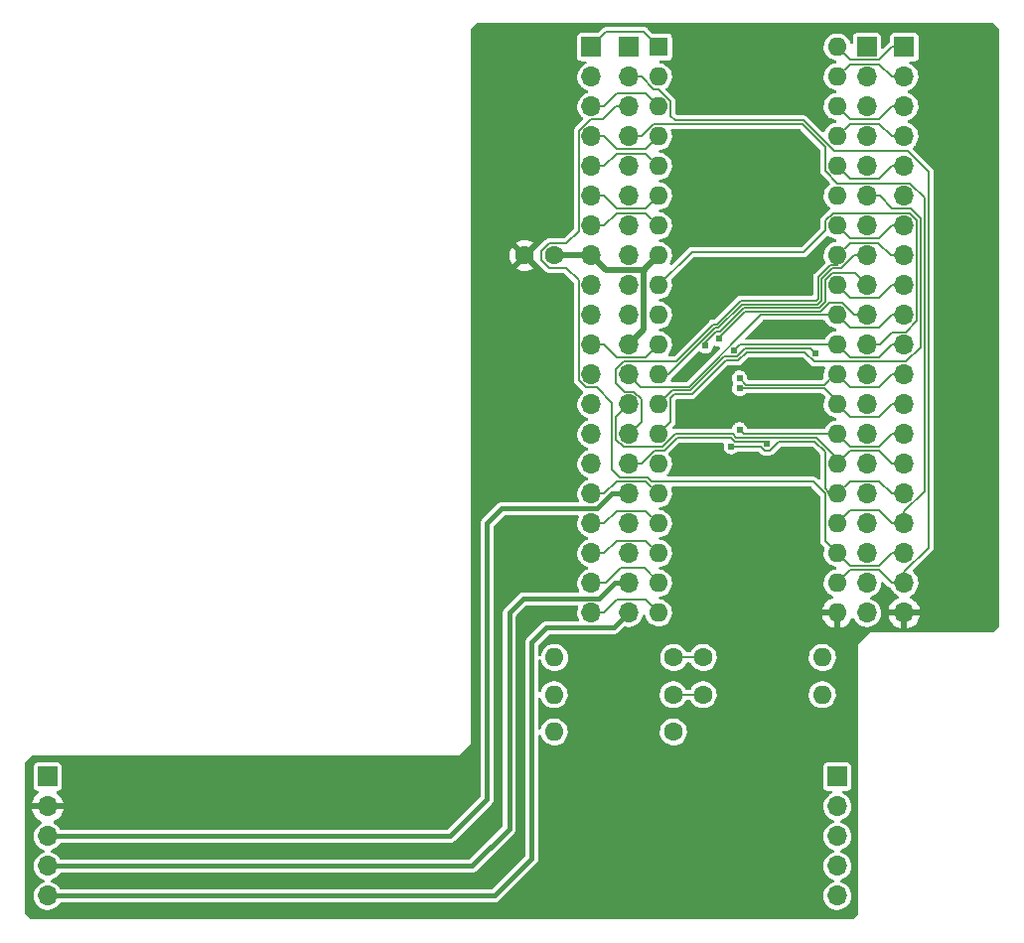
<source format=gtl>
G04 #@! TF.GenerationSoftware,KiCad,Pcbnew,(6.0.10-0)*
G04 #@! TF.CreationDate,2023-01-27T16:31:16+09:00*
G04 #@! TF.ProjectId,MEZ6502LED,4d455a36-3530-4324-9c45-442e6b696361,A*
G04 #@! TF.SameCoordinates,PX5ee3fe0PY8f872a0*
G04 #@! TF.FileFunction,Copper,L1,Top*
G04 #@! TF.FilePolarity,Positive*
%FSLAX46Y46*%
G04 Gerber Fmt 4.6, Leading zero omitted, Abs format (unit mm)*
G04 Created by KiCad (PCBNEW (6.0.10-0)) date 2023-01-27 16:31:16*
%MOMM*%
%LPD*%
G01*
G04 APERTURE LIST*
G04 #@! TA.AperFunction,ComponentPad*
%ADD10R,1.600000X1.600000*%
G04 #@! TD*
G04 #@! TA.AperFunction,ComponentPad*
%ADD11O,1.600000X1.600000*%
G04 #@! TD*
G04 #@! TA.AperFunction,ComponentPad*
%ADD12C,1.600000*%
G04 #@! TD*
G04 #@! TA.AperFunction,ComponentPad*
%ADD13R,1.700000X1.700000*%
G04 #@! TD*
G04 #@! TA.AperFunction,ComponentPad*
%ADD14O,1.700000X1.700000*%
G04 #@! TD*
G04 #@! TA.AperFunction,ViaPad*
%ADD15C,0.605000*%
G04 #@! TD*
G04 #@! TA.AperFunction,Conductor*
%ADD16C,0.400000*%
G04 #@! TD*
G04 #@! TA.AperFunction,Conductor*
%ADD17C,0.200000*%
G04 #@! TD*
G04 #@! TA.AperFunction,Conductor*
%ADD18C,0.500000*%
G04 #@! TD*
G04 #@! TA.AperFunction,Conductor*
%ADD19C,0.152400*%
G04 #@! TD*
G04 APERTURE END LIST*
D10*
X53975000Y74930000D03*
D11*
X53975000Y72390000D03*
X53975000Y69850000D03*
X53975000Y67310000D03*
X53975000Y64770000D03*
X53975000Y62230000D03*
X53975000Y59690000D03*
X53975000Y57150000D03*
X53975000Y54610000D03*
X53975000Y52070000D03*
X53975000Y49530000D03*
X53975000Y46990000D03*
X53975000Y44450000D03*
X53975000Y41910000D03*
X53975000Y39370000D03*
X53975000Y36830000D03*
X53975000Y34290000D03*
X53975000Y31750000D03*
X53975000Y29210000D03*
X53975000Y26670000D03*
X69215000Y26670000D03*
X69215000Y29210000D03*
X69215000Y31750000D03*
X69215000Y34290000D03*
X69215000Y36830000D03*
X69215000Y39370000D03*
X69215000Y41910000D03*
X69215000Y44450000D03*
X69215000Y46990000D03*
X69215000Y49530000D03*
X69215000Y52070000D03*
X69215000Y54610000D03*
X69215000Y57150000D03*
X69215000Y59690000D03*
X69215000Y62230000D03*
X69215000Y64770000D03*
X69215000Y67310000D03*
X69215000Y69850000D03*
X69215000Y72390000D03*
X69215000Y74930000D03*
D12*
X57785000Y19685000D03*
D11*
X67945000Y19685000D03*
D12*
X57785000Y22860000D03*
D11*
X67945000Y22860000D03*
D12*
X55245000Y16510000D03*
D11*
X45085000Y16510000D03*
D12*
X55245000Y19685000D03*
D11*
X45085000Y19685000D03*
D12*
X55270000Y22860000D03*
D11*
X45110000Y22860000D03*
D13*
X1905000Y12695000D03*
D14*
X1905000Y10155000D03*
X1905000Y7615000D03*
X1905000Y5075000D03*
X1905000Y2535000D03*
D13*
X48260000Y74930000D03*
D14*
X48260000Y72390000D03*
X48260000Y69850000D03*
X48260000Y67310000D03*
X48260000Y64770000D03*
X48260000Y62230000D03*
X48260000Y59690000D03*
X48260000Y57150000D03*
X48260000Y54610000D03*
X48260000Y52070000D03*
X48260000Y49530000D03*
X48260000Y46990000D03*
X48260000Y44450000D03*
X48260000Y41910000D03*
X48260000Y39370000D03*
X48260000Y36830000D03*
X48260000Y34290000D03*
X48260000Y31750000D03*
X48260000Y29210000D03*
X48260000Y26670000D03*
D12*
X45065000Y57150000D03*
X42565000Y57150000D03*
D13*
X74930000Y74930000D03*
D14*
X74930000Y72390000D03*
X74930000Y69850000D03*
X74930000Y67310000D03*
X74930000Y64770000D03*
X74930000Y62230000D03*
X74930000Y59690000D03*
X74930000Y57150000D03*
X74930000Y54610000D03*
X74930000Y52070000D03*
X74930000Y49530000D03*
X74930000Y46990000D03*
X74930000Y44450000D03*
X74930000Y41910000D03*
X74930000Y39370000D03*
X74930000Y36830000D03*
X74930000Y34290000D03*
X74930000Y31750000D03*
X74930000Y29210000D03*
X74930000Y26670000D03*
D13*
X69215000Y12695000D03*
D14*
X69215000Y10155000D03*
X69215000Y7615000D03*
X69215000Y5075000D03*
X69215000Y2535000D03*
D13*
X71755000Y74930000D03*
D14*
X71755000Y72390000D03*
X71755000Y69850000D03*
X71755000Y67310000D03*
X71755000Y64770000D03*
X71755000Y62230000D03*
X71755000Y59690000D03*
X71755000Y57150000D03*
X71755000Y54610000D03*
X71755000Y52070000D03*
X71755000Y49530000D03*
X71755000Y46990000D03*
X71755000Y44450000D03*
X71755000Y41910000D03*
X71755000Y39370000D03*
X71755000Y36830000D03*
X71755000Y34290000D03*
X71755000Y31750000D03*
X71755000Y29210000D03*
X71755000Y26670000D03*
D13*
X51435000Y74930000D03*
D14*
X51435000Y72390000D03*
X51435000Y69850000D03*
X51435000Y67310000D03*
X51435000Y64770000D03*
X51435000Y62230000D03*
X51435000Y59690000D03*
X51435000Y57150000D03*
X51435000Y54610000D03*
X51435000Y52070000D03*
X51435000Y49530000D03*
X51435000Y46990000D03*
X51435000Y44450000D03*
X51435000Y41910000D03*
X51435000Y39370000D03*
X51435000Y36830000D03*
X51435000Y34290000D03*
X51435000Y31750000D03*
X51435000Y29210000D03*
X51435000Y26670000D03*
D15*
X39370000Y36830000D03*
X42545000Y25400000D03*
X42545000Y31750000D03*
X42545000Y52705000D03*
X66040000Y11430000D03*
X66040000Y1270000D03*
X65405000Y33020000D03*
X57785000Y33020000D03*
X56515000Y52070000D03*
X64770000Y50800000D03*
X64770000Y43815000D03*
X57150000Y47625000D03*
X57785000Y43815000D03*
X57785000Y39370000D03*
X65405000Y39370000D03*
X57785000Y55880000D03*
X65405000Y74930000D03*
X65405000Y58420000D03*
X57785000Y67310000D03*
X65405000Y67310000D03*
X57785000Y74930000D03*
X81915000Y26035000D03*
X38735000Y8255000D03*
X38100000Y11430000D03*
X38735000Y3810000D03*
X38100000Y1270000D03*
X38100000Y13970000D03*
X39370000Y76200000D03*
X81915000Y76200000D03*
X4445000Y6350000D03*
X4445000Y3810000D03*
X59121900Y50045124D03*
X57995371Y49446629D03*
X67351000Y48768000D03*
X63246000Y41074600D03*
X60880800Y42291000D03*
X60880800Y45814200D03*
X60439100Y49062700D03*
X60880100Y46698900D03*
X60188186Y40857869D03*
D16*
X43180000Y24130000D02*
X43180000Y5715000D01*
X50165000Y25400000D02*
X44450000Y25400000D01*
X44450000Y25400000D02*
X43180000Y24130000D01*
X43180000Y5715000D02*
X40000000Y2535000D01*
X51435000Y26670000D02*
X50165000Y25400000D01*
X40000000Y2535000D02*
X1905000Y2535000D01*
X51435000Y29210000D02*
X50232919Y29210000D01*
X50232919Y29210000D02*
X48895319Y27872400D01*
X48895319Y27872400D02*
X42477400Y27872400D01*
X42477400Y27872400D02*
X41275000Y26670000D01*
X41275000Y26670000D02*
X41275000Y8255000D01*
X41275000Y8255000D02*
X38095000Y5075000D01*
X38095000Y5075000D02*
X1905000Y5075000D01*
X51435000Y36830000D02*
X49960451Y36830000D01*
X49960451Y36830000D02*
X48690451Y35560000D01*
X48690451Y35560000D02*
X40640000Y35560000D01*
X40640000Y35560000D02*
X39370000Y34290000D01*
X39370000Y34290000D02*
X39370000Y10795000D01*
X39370000Y10795000D02*
X36190000Y7615000D01*
X36190000Y7615000D02*
X1905000Y7615000D01*
D17*
X53975000Y74930000D02*
X52705000Y76200000D01*
X52705000Y76200000D02*
X49530000Y76200000D01*
X49530000Y76200000D02*
X48260000Y74930000D01*
D18*
X51435000Y49530000D02*
X52705000Y50800000D01*
X52705000Y50800000D02*
X52705000Y55879600D01*
X52705000Y55879600D02*
X52823000Y55997600D01*
X52773000Y55947600D02*
X52705400Y55880000D01*
X52705400Y55880000D02*
X49530000Y55880000D01*
X49530000Y55880000D02*
X48260000Y57150000D01*
D19*
X69215000Y46990000D02*
X68961000Y46990000D01*
X68961000Y46990000D02*
X68090000Y46119000D01*
X68090000Y46119000D02*
X61460000Y46119000D01*
X61460000Y46119000D02*
X60880100Y46698900D01*
X60880800Y45814200D02*
X68104800Y45814200D01*
X68104800Y45814200D02*
X69215000Y44704000D01*
X69215000Y44704000D02*
X69215000Y44450000D01*
X73912400Y61151300D02*
X75484900Y61151300D01*
X55003600Y44970600D02*
X55003600Y42938600D01*
X75484900Y61151300D02*
X76321700Y60314500D01*
X76321700Y49333300D02*
X75102400Y48114000D01*
X72833700Y62230000D02*
X73912400Y61151300D01*
X60785341Y48226800D02*
X59714104Y48226800D01*
X59714104Y48226800D02*
X56826304Y45339000D01*
X75102400Y48114000D02*
X67253911Y48114000D01*
X71755000Y62230000D02*
X72833700Y62230000D01*
X55003600Y42938600D02*
X53975000Y41910000D01*
X67253911Y48114000D02*
X66447511Y48920400D01*
X76321700Y60314500D02*
X76321700Y49333300D01*
X61478941Y48920400D02*
X60785341Y48226800D01*
X66447511Y48920400D02*
X61478941Y48920400D01*
X56826304Y45339000D02*
X55372000Y45339000D01*
X55372000Y45339000D02*
X55003600Y44970600D01*
X66893800Y49225200D02*
X61352689Y49225200D01*
X56700052Y45643800D02*
X55168800Y45643800D01*
X61352689Y49225200D02*
X60659089Y48531600D01*
X60659089Y48531600D02*
X59587852Y48531600D01*
X67351000Y48768000D02*
X66893800Y49225200D01*
X59587852Y48531600D02*
X56700052Y45643800D01*
X55168800Y45643800D02*
X53975000Y44450000D01*
X51435000Y72390000D02*
X52513700Y72390000D01*
X52513700Y72390000D02*
X53592400Y71311300D01*
X53592400Y71311300D02*
X53968361Y71311300D01*
X53968361Y71311300D02*
X55003600Y70276061D01*
X55003600Y70276061D02*
X55003600Y69075400D01*
X76989700Y32213600D02*
X74930000Y30153900D01*
X55421900Y68657100D02*
X66358576Y68657100D01*
X55003600Y69075400D02*
X55421900Y68657100D01*
X66358576Y68657100D02*
X68975676Y66040000D01*
X68975676Y66040000D02*
X75251400Y66040000D01*
X75251400Y66040000D02*
X76989700Y64301700D01*
X76989700Y64301700D02*
X76989700Y32213600D01*
X74930000Y30153900D02*
X74930000Y29210000D01*
X51435000Y67310000D02*
X52513700Y67310000D01*
X74930000Y35304629D02*
X74930000Y34290000D01*
X52513700Y67310000D02*
X53556000Y68352300D01*
X53556000Y68352300D02*
X66232324Y68352300D01*
X66232324Y68352300D02*
X68186400Y66398224D01*
X68186400Y66398224D02*
X68186400Y64343939D01*
X68186400Y64343939D02*
X69221439Y63308900D01*
X69221439Y63308900D02*
X75376471Y63308900D01*
X75376471Y63308900D02*
X76631900Y62053471D01*
X76631900Y62053471D02*
X76631900Y37006529D01*
X76631900Y37006529D02*
X74930000Y35304629D01*
X47181400Y67756771D02*
X47181400Y59246400D01*
X50356300Y69850000D02*
X49277600Y68771300D01*
X51435000Y69850000D02*
X50356300Y69850000D01*
X49277600Y68771300D02*
X48195929Y68771300D01*
X48195929Y68771300D02*
X47181400Y67756771D01*
X47181400Y59246400D02*
X46113600Y58178600D01*
X46113600Y58178600D02*
X44638939Y58178600D01*
X44638939Y58178600D02*
X44012000Y57551661D01*
X44012000Y56748339D02*
X44638939Y56121400D01*
X44012000Y57551661D02*
X44012000Y56748339D01*
X44638939Y56121400D02*
X46113600Y56121400D01*
X46113600Y56121400D02*
X47181400Y55053600D01*
X47181400Y55053600D02*
X47181400Y46543229D01*
X47181400Y46543229D02*
X47813229Y45911400D01*
X47813229Y45911400D02*
X48706771Y45911400D01*
X48706771Y45911400D02*
X50038000Y44580171D01*
X50038000Y44580171D02*
X50038000Y38862000D01*
X50038000Y38862000D02*
X50686500Y38213500D01*
X50686500Y38213500D02*
X53022552Y38213500D01*
X53022552Y38213500D02*
X53377452Y37858600D01*
X53377452Y37858600D02*
X67170400Y37858600D01*
X68186400Y36842600D02*
X68186400Y32778600D01*
X67170400Y37858600D02*
X68186400Y36842600D01*
X68186400Y32778600D02*
X69215000Y31750000D01*
X69215000Y52070000D02*
X62695200Y52070000D01*
X56573800Y45948600D02*
X52476400Y45948600D01*
X52476400Y45948600D02*
X51435000Y46990000D01*
X62695200Y52070000D02*
X56573800Y45948600D01*
X60188186Y40857869D02*
X62714900Y40857869D01*
X62714900Y40857869D02*
X62714900Y40854611D01*
X62714900Y40854611D02*
X63026011Y40543500D01*
X63026011Y40543500D02*
X63465989Y40543500D01*
X63465989Y40543500D02*
X64222889Y41300400D01*
X64222889Y41300400D02*
X67284600Y41300400D01*
X67284600Y41300400D02*
X68186400Y40398600D01*
X68186400Y40398600D02*
X68186400Y37273652D01*
X68186400Y37273652D02*
X68491200Y36968852D01*
X68491200Y36968852D02*
X68491200Y36830000D01*
X68491200Y36830000D02*
X69215000Y36830000D01*
X69215000Y39370000D02*
X69215000Y39801052D01*
X69215000Y39801052D02*
X67410852Y41605200D01*
X67410852Y41605200D02*
X60607189Y41605200D01*
X60302389Y41910000D02*
X55429661Y41910000D01*
X60607189Y41605200D02*
X60302389Y41910000D01*
X55429661Y41910000D02*
X54351061Y40831400D01*
X50356400Y41463229D02*
X50356400Y43371400D01*
X54351061Y40831400D02*
X50988229Y40831400D01*
X50988229Y40831400D02*
X50356400Y41463229D01*
X50356400Y43371400D02*
X51435000Y44450000D01*
X63246000Y41074600D02*
X63020200Y41300400D01*
X52513700Y39370000D02*
X51435000Y39370000D01*
X63020200Y41300400D02*
X60480937Y41300400D01*
X60480937Y41300400D02*
X60176137Y41605200D01*
X60176137Y41605200D02*
X55555913Y41605200D01*
X55555913Y41605200D02*
X54477313Y40526600D01*
X54477313Y40526600D02*
X53670300Y40526600D01*
X53670300Y40526600D02*
X52513700Y39370000D01*
X60880800Y42291000D02*
X61261800Y41910000D01*
X61261800Y41910000D02*
X69215000Y41910000D01*
X61229048Y52679600D02*
X67665600Y52679600D01*
X67665600Y52679600D02*
X68186400Y53200400D01*
X57995371Y49446629D02*
X57995371Y49765960D01*
X57995371Y49765960D02*
X58902411Y50673000D01*
X58902411Y50673000D02*
X59222448Y50673000D01*
X59222448Y50673000D02*
X61229048Y52679600D01*
X68788939Y55638600D02*
X70726400Y55638600D01*
X68186400Y55036061D02*
X68788939Y55638600D01*
X70726400Y55638600D02*
X71755000Y54610000D01*
X68186400Y53200400D02*
X68186400Y55036061D01*
X69215000Y57150000D02*
X69215000Y56376100D01*
X69215000Y56376100D02*
X68664335Y56376100D01*
X68664335Y56376100D02*
X67576800Y55288565D01*
X67576800Y55288565D02*
X67576800Y53452904D01*
X67576800Y53452904D02*
X67413096Y53289200D01*
X67413096Y53289200D02*
X60976544Y53289200D01*
X60976544Y53289200D02*
X58969944Y51282600D01*
X58969944Y51282600D02*
X58649907Y51282600D01*
X58649907Y51282600D02*
X55466707Y48099400D01*
X55466707Y48099400D02*
X51019029Y48099400D01*
X51019029Y48099400D02*
X50356400Y47436771D01*
X50356400Y47436771D02*
X50356400Y46290600D01*
X50356400Y46290600D02*
X51118400Y45528600D01*
X51118400Y45528600D02*
X51881771Y45528600D01*
X51881771Y45528600D02*
X52513600Y44896771D01*
X52513600Y44896771D02*
X52513600Y42988600D01*
X52513600Y42988600D02*
X51435000Y41910000D01*
X71755000Y57150000D02*
X70676300Y57150000D01*
X70676300Y57150000D02*
X69597600Y56071300D01*
X61102796Y52984400D02*
X59096196Y50977800D01*
X69597600Y56071300D02*
X68790587Y56071300D01*
X67881600Y55162313D02*
X67881600Y53326652D01*
X68790587Y56071300D02*
X67881600Y55162313D01*
X67881600Y53326652D02*
X67539348Y52984400D01*
X67539348Y52984400D02*
X61102796Y52984400D01*
X59096196Y50977800D02*
X58776159Y50977800D01*
X58776159Y50977800D02*
X54788359Y46990000D01*
X54788359Y46990000D02*
X53975000Y46990000D01*
X69647700Y53098600D02*
X70676300Y52070000D01*
X59121900Y50045124D02*
X59121900Y50141400D01*
X59121900Y50141400D02*
X61355300Y52374800D01*
X61355300Y52374800D02*
X67791852Y52374800D01*
X67791852Y52374800D02*
X68491200Y53074148D01*
X68491200Y53074148D02*
X68491200Y53098600D01*
X68491200Y53098600D02*
X69647700Y53098600D01*
X70676300Y52070000D02*
X71755000Y52070000D01*
X69215000Y49530000D02*
X60906400Y49530000D01*
X60906400Y49530000D02*
X60439100Y49062700D01*
X71755000Y49530000D02*
X72833700Y49530000D01*
X72833700Y49530000D02*
X73912400Y50608700D01*
X73912400Y50608700D02*
X75028600Y50608700D01*
X75028600Y50608700D02*
X76013500Y51593600D01*
X76013500Y51593600D02*
X76013500Y60161600D01*
X76013500Y60161600D02*
X75406500Y60768600D01*
X75406500Y60768600D02*
X68838939Y60768600D01*
X68838939Y60768600D02*
X68186400Y60116061D01*
X68186400Y60116061D02*
X68186400Y59263939D01*
X68186400Y59263939D02*
X66377261Y57454800D01*
X66377261Y57454800D02*
X56819800Y57454800D01*
X56819800Y57454800D02*
X53975000Y54610000D01*
X69215000Y74930000D02*
X70293800Y73851200D01*
X70293800Y73851200D02*
X72772500Y73851200D01*
X72772500Y73851200D02*
X73851300Y74930000D01*
X73851300Y74930000D02*
X74930000Y74930000D01*
X74930000Y72390000D02*
X73851300Y72390000D01*
X70293600Y73468600D02*
X69215000Y72390000D01*
X73851300Y72390000D02*
X72772700Y73468600D01*
X72772700Y73468600D02*
X70293600Y73468600D01*
X74930000Y69850000D02*
X73851300Y69850000D01*
X73851300Y69850000D02*
X72750100Y68748800D01*
X72750100Y68748800D02*
X70316200Y68748800D01*
X70316200Y68748800D02*
X69215000Y69850000D01*
X69215000Y67310000D02*
X70293700Y68388700D01*
X70293700Y68388700D02*
X72772600Y68388700D01*
X72772600Y68388700D02*
X73851300Y67310000D01*
X73851300Y67310000D02*
X74930000Y67310000D01*
X74930000Y64770000D02*
X73851300Y64770000D01*
X73851300Y64770000D02*
X72772700Y63691400D01*
X72772700Y63691400D02*
X70293600Y63691400D01*
X70293600Y63691400D02*
X69215000Y64770000D01*
X69215000Y57150000D02*
X70293600Y58228600D01*
X70293600Y58228600D02*
X72708400Y58228600D01*
X73787000Y57150000D02*
X74930000Y57150000D01*
X72708400Y58228600D02*
X73787000Y57150000D01*
X74930000Y59690000D02*
X73851300Y59690000D01*
X73851300Y59690000D02*
X72772700Y58611400D01*
X72772700Y58611400D02*
X70293600Y58611400D01*
X70293600Y58611400D02*
X69215000Y59690000D01*
X74930000Y54610000D02*
X73851300Y54610000D01*
X73851300Y54610000D02*
X72740100Y53498800D01*
X72740100Y53498800D02*
X70326200Y53498800D01*
X70326200Y53498800D02*
X69215000Y54610000D01*
X74930000Y52070000D02*
X73851300Y52070000D01*
X70297900Y50987100D02*
X69215000Y52070000D01*
X73851300Y52070000D02*
X72768400Y50987100D01*
X72768400Y50987100D02*
X70297900Y50987100D01*
X74930000Y49530000D02*
X73851300Y49530000D01*
X73851300Y49530000D02*
X72740100Y48418800D01*
X72740100Y48418800D02*
X70326200Y48418800D01*
X70326200Y48418800D02*
X69215000Y49530000D01*
X74930000Y46990000D02*
X73851300Y46990000D01*
X72772700Y45911400D02*
X70293600Y45911400D01*
X73851300Y46990000D02*
X72772700Y45911400D01*
X70293600Y45911400D02*
X69215000Y46990000D01*
X69215000Y44450000D02*
X70293700Y43371300D01*
X70293700Y43371300D02*
X72772600Y43371300D01*
X72772600Y43371300D02*
X73851300Y44450000D01*
X73851300Y44450000D02*
X74930000Y44450000D01*
X69215000Y41910000D02*
X70293700Y40831300D01*
X70293700Y40831300D02*
X72772600Y40831300D01*
X72772600Y40831300D02*
X73851300Y41910000D01*
X73851300Y41910000D02*
X74930000Y41910000D01*
X74930000Y39370000D02*
X73851300Y39370000D01*
X72740000Y40481300D02*
X70326300Y40481300D01*
X73851300Y39370000D02*
X72740000Y40481300D01*
X70326300Y40481300D02*
X69215000Y39370000D01*
X72762300Y37919000D02*
X70304000Y37919000D01*
X70304000Y37919000D02*
X69215000Y36830000D01*
X73851300Y36830000D02*
X74930000Y36830000D01*
X72762300Y37919000D02*
X73851300Y36830000D01*
X74930000Y34290000D02*
X73851300Y34290000D01*
X73851300Y34290000D02*
X72740000Y35401300D01*
X72740000Y35401300D02*
X70326300Y35401300D01*
X70326300Y35401300D02*
X69215000Y34290000D01*
X74930000Y31750000D02*
X73851300Y31750000D01*
X72750100Y30648800D02*
X70316200Y30648800D01*
X70316200Y30648800D02*
X69215000Y31750000D01*
X73851300Y31750000D02*
X72750100Y30648800D01*
X74930000Y29210000D02*
X73851300Y29210000D01*
X73851300Y29210000D02*
X72740000Y30321300D01*
X70326300Y30321300D02*
X69215000Y29210000D01*
X72740000Y30321300D02*
X70326300Y30321300D01*
X48260000Y26670000D02*
X49338700Y26670000D01*
X49338700Y26670000D02*
X50450000Y27781300D01*
X50450000Y27781300D02*
X52863700Y27781300D01*
X52863700Y27781300D02*
X53975000Y26670000D01*
X53975000Y49530000D02*
X52880300Y48435300D01*
X52880300Y48435300D02*
X50433400Y48435300D01*
X50433400Y48435300D02*
X49338700Y49530000D01*
X49338700Y49530000D02*
X48260000Y49530000D01*
X48260000Y64770000D02*
X49338700Y64770000D01*
X49338700Y64770000D02*
X50417300Y65848600D01*
X50417300Y65848600D02*
X52896400Y65848600D01*
X52896400Y65848600D02*
X53975000Y64770000D01*
X48260000Y67310000D02*
X49338700Y67310000D01*
X52896400Y66231400D02*
X53975000Y67310000D01*
X49338700Y67310000D02*
X50417300Y66231400D01*
X50417300Y66231400D02*
X52896400Y66231400D01*
X48260000Y59690000D02*
X49338700Y59690000D01*
X49338700Y59690000D02*
X50417300Y60768600D01*
X50417300Y60768600D02*
X52896400Y60768600D01*
X52896400Y60768600D02*
X53975000Y59690000D01*
X48260000Y62230000D02*
X49338700Y62230000D01*
X49338700Y62230000D02*
X50417300Y61151400D01*
X50417300Y61151400D02*
X52896400Y61151400D01*
X52896400Y61151400D02*
X53975000Y62230000D01*
X48260000Y69850000D02*
X49338700Y69850000D01*
X49338700Y69850000D02*
X50450000Y70961300D01*
X50450000Y70961300D02*
X52863700Y70961300D01*
X52863700Y70961300D02*
X53975000Y69850000D01*
X53975000Y36830000D02*
X52896300Y37908700D01*
X52896300Y37908700D02*
X50417400Y37908700D01*
X50417400Y37908700D02*
X49338700Y36830000D01*
X49338700Y36830000D02*
X48260000Y36830000D01*
X53975000Y29210000D02*
X53975000Y29273843D01*
X53975000Y29273843D02*
X52768843Y30480000D01*
X52768843Y30480000D02*
X50800000Y30480000D01*
X50800000Y30480000D02*
X49530000Y29210000D01*
X49530000Y29210000D02*
X48260000Y29210000D01*
X53975000Y34290000D02*
X52896300Y35368700D01*
X52896300Y35368700D02*
X50417400Y35368700D01*
X50417400Y35368700D02*
X49338700Y34290000D01*
X49338700Y34290000D02*
X48260000Y34290000D01*
X48260000Y31750000D02*
X49338700Y31750000D01*
X49338700Y31750000D02*
X50417300Y32828600D01*
X50417300Y32828600D02*
X52896400Y32828600D01*
X52896400Y32828600D02*
X53975000Y31750000D01*
D18*
X48260000Y57150000D02*
X45065000Y57150000D01*
D16*
X52823000Y55997600D02*
X52773000Y55947600D01*
D18*
X52823000Y55997600D02*
X53975000Y57150000D01*
D19*
X55270000Y22860000D02*
X57785000Y22860000D01*
X55245000Y19685000D02*
X57785000Y19685000D01*
G04 #@! TA.AperFunction,Conductor*
G36*
X82515931Y76979998D02*
G01*
X82536905Y76963095D01*
X82963095Y76536905D01*
X82997121Y76474593D01*
X83000000Y76447810D01*
X83000000Y25552190D01*
X82979998Y25484069D01*
X82963095Y25463095D01*
X82536905Y25036905D01*
X82474593Y25002879D01*
X82447810Y25000000D01*
X72000000Y25000000D01*
X71266428Y24266428D01*
X71265859Y24266997D01*
X71264734Y24265334D01*
X71260848Y24262825D01*
X71254400Y24254646D01*
X71251953Y24252419D01*
X71248230Y24248230D01*
X71000000Y24000000D01*
X71000000Y1052190D01*
X70979998Y984069D01*
X70963095Y963095D01*
X70536905Y536905D01*
X70474593Y502879D01*
X70447810Y500000D01*
X552190Y500000D01*
X484069Y520002D01*
X463095Y536905D01*
X36905Y963095D01*
X2879Y1025407D01*
X0Y1052190D01*
X0Y9887034D01*
X573257Y9887034D01*
X603565Y9752554D01*
X606645Y9742725D01*
X686770Y9545397D01*
X691413Y9536206D01*
X802694Y9354612D01*
X808777Y9346301D01*
X948213Y9185333D01*
X955580Y9178117D01*
X1119434Y9042084D01*
X1127881Y9036169D01*
X1311756Y8928721D01*
X1321043Y8924271D01*
X1343682Y8915626D01*
X1400186Y8872638D01*
X1424478Y8805927D01*
X1408847Y8736672D01*
X1363156Y8689631D01*
X1357307Y8686151D01*
X1196341Y8590386D01*
X1030457Y8444910D01*
X893863Y8271640D01*
X791131Y8076380D01*
X725703Y7865667D01*
X699770Y7646560D01*
X714200Y7426396D01*
X715621Y7420800D01*
X715622Y7420795D01*
X761128Y7241617D01*
X768511Y7212548D01*
X770928Y7207306D01*
X770928Y7207305D01*
X809046Y7124621D01*
X860883Y7012179D01*
X988222Y6831998D01*
X1146264Y6678039D01*
X1151060Y6674834D01*
X1151063Y6674832D01*
X1235261Y6618573D01*
X1329717Y6555460D01*
X1335020Y6553182D01*
X1335023Y6553180D01*
X1527129Y6470645D01*
X1532436Y6468365D01*
X1538071Y6467090D01*
X1538074Y6467089D01*
X1539484Y6466770D01*
X1540083Y6466436D01*
X1543562Y6465306D01*
X1543340Y6464623D01*
X1601511Y6432228D01*
X1635016Y6369634D01*
X1629362Y6298863D01*
X1586344Y6242384D01*
X1555287Y6225665D01*
X1391376Y6165196D01*
X1391368Y6165192D01*
X1385957Y6163196D01*
X1196341Y6050386D01*
X1030457Y5904910D01*
X893863Y5731640D01*
X791131Y5536380D01*
X725703Y5325667D01*
X699770Y5106560D01*
X714200Y4886396D01*
X715621Y4880800D01*
X715622Y4880795D01*
X761128Y4701617D01*
X768511Y4672548D01*
X770928Y4667306D01*
X770928Y4667305D01*
X809046Y4584621D01*
X860883Y4472179D01*
X988222Y4291998D01*
X1146264Y4138039D01*
X1151060Y4134834D01*
X1151063Y4134832D01*
X1235261Y4078573D01*
X1329717Y4015460D01*
X1335020Y4013182D01*
X1335023Y4013180D01*
X1527129Y3930645D01*
X1532436Y3928365D01*
X1538071Y3927090D01*
X1538074Y3927089D01*
X1539484Y3926770D01*
X1540083Y3926436D01*
X1543562Y3925306D01*
X1543340Y3924623D01*
X1601511Y3892228D01*
X1635016Y3829634D01*
X1629362Y3758863D01*
X1586344Y3702384D01*
X1555287Y3685665D01*
X1391376Y3625196D01*
X1391368Y3625192D01*
X1385957Y3623196D01*
X1196341Y3510386D01*
X1030457Y3364910D01*
X893863Y3191640D01*
X791131Y2996380D01*
X725703Y2785667D01*
X699770Y2566560D01*
X714200Y2346396D01*
X715621Y2340800D01*
X715622Y2340795D01*
X761128Y2161617D01*
X768511Y2132548D01*
X770928Y2127306D01*
X770928Y2127305D01*
X809046Y2044621D01*
X860883Y1932179D01*
X988222Y1751998D01*
X1146264Y1598039D01*
X1151060Y1594834D01*
X1151063Y1594832D01*
X1235261Y1538573D01*
X1329717Y1475460D01*
X1335020Y1473182D01*
X1335023Y1473180D01*
X1527129Y1390645D01*
X1532436Y1388365D01*
X1612088Y1370342D01*
X1741995Y1340946D01*
X1742001Y1340945D01*
X1747632Y1339671D01*
X1753403Y1339444D01*
X1753405Y1339444D01*
X1821211Y1336780D01*
X1968098Y1331009D01*
X2077275Y1346839D01*
X2180738Y1361840D01*
X2180743Y1361841D01*
X2186452Y1362669D01*
X2191916Y1364524D01*
X2191921Y1364525D01*
X2389907Y1431732D01*
X2389912Y1431734D01*
X2395379Y1433590D01*
X2587884Y1541398D01*
X2757518Y1682482D01*
X2898602Y1852116D01*
X2901426Y1857158D01*
X2936657Y1920067D01*
X2987394Y1969728D01*
X3046591Y1984500D01*
X39985007Y1984500D01*
X39990284Y1984389D01*
X40052294Y1981790D01*
X40063848Y1984500D01*
X40094662Y1991727D01*
X40106333Y1993890D01*
X40121229Y1995931D01*
X40149432Y1999794D01*
X40163230Y2005765D01*
X40184499Y2012799D01*
X40190775Y2014271D01*
X40199136Y2016232D01*
X40206661Y2020369D01*
X40206664Y2020370D01*
X40237268Y2037195D01*
X40247913Y2042411D01*
X40287855Y2059695D01*
X40299541Y2069158D01*
X40318126Y2081646D01*
X40325518Y2085710D01*
X40331308Y2088893D01*
X40339422Y2095897D01*
X40363958Y2120433D01*
X40373759Y2129258D01*
X40398392Y2149206D01*
X40398393Y2149207D01*
X40405070Y2154614D01*
X40410043Y2161612D01*
X40410048Y2161617D01*
X40415968Y2169948D01*
X40429579Y2186054D01*
X40810085Y2566560D01*
X68009770Y2566560D01*
X68024200Y2346396D01*
X68025621Y2340800D01*
X68025622Y2340795D01*
X68071128Y2161617D01*
X68078511Y2132548D01*
X68080928Y2127306D01*
X68080928Y2127305D01*
X68119046Y2044621D01*
X68170883Y1932179D01*
X68298222Y1751998D01*
X68456264Y1598039D01*
X68461060Y1594834D01*
X68461063Y1594832D01*
X68545261Y1538573D01*
X68639717Y1475460D01*
X68645020Y1473182D01*
X68645023Y1473180D01*
X68837129Y1390645D01*
X68842436Y1388365D01*
X68922088Y1370342D01*
X69051995Y1340946D01*
X69052001Y1340945D01*
X69057632Y1339671D01*
X69063403Y1339444D01*
X69063405Y1339444D01*
X69131211Y1336780D01*
X69278098Y1331009D01*
X69387275Y1346839D01*
X69490738Y1361840D01*
X69490743Y1361841D01*
X69496452Y1362669D01*
X69501916Y1364524D01*
X69501921Y1364525D01*
X69699907Y1431732D01*
X69699912Y1431734D01*
X69705379Y1433590D01*
X69897884Y1541398D01*
X70067518Y1682482D01*
X70204909Y1847675D01*
X70204910Y1847677D01*
X70208602Y1852116D01*
X70282322Y1983752D01*
X70313586Y2039578D01*
X70313587Y2039580D01*
X70316410Y2044621D01*
X70318266Y2050088D01*
X70318268Y2050093D01*
X70385475Y2248079D01*
X70385476Y2248084D01*
X70387331Y2253548D01*
X70388159Y2259257D01*
X70388160Y2259262D01*
X70418458Y2468228D01*
X70418991Y2471902D01*
X70420643Y2535000D01*
X70400454Y2754711D01*
X70340565Y2967064D01*
X70242980Y3164947D01*
X70110967Y3341733D01*
X69948949Y3491501D01*
X69762350Y3609236D01*
X69559955Y3689983D01*
X69504096Y3733804D01*
X69480795Y3800868D01*
X69497451Y3869883D01*
X69548775Y3918937D01*
X69566144Y3926326D01*
X69699907Y3971732D01*
X69699912Y3971734D01*
X69705379Y3973590D01*
X69897884Y4081398D01*
X70067518Y4222482D01*
X70204909Y4387675D01*
X70204910Y4387677D01*
X70208602Y4392116D01*
X70282322Y4523752D01*
X70313586Y4579578D01*
X70313587Y4579580D01*
X70316410Y4584621D01*
X70318266Y4590088D01*
X70318268Y4590093D01*
X70385475Y4788079D01*
X70385476Y4788084D01*
X70387331Y4793548D01*
X70388159Y4799257D01*
X70388160Y4799262D01*
X70418458Y5008228D01*
X70418991Y5011902D01*
X70420643Y5075000D01*
X70400454Y5294711D01*
X70393669Y5318771D01*
X70349267Y5476209D01*
X70340565Y5507064D01*
X70242980Y5704947D01*
X70222440Y5732454D01*
X70114420Y5877109D01*
X70114420Y5877110D01*
X70110967Y5881733D01*
X69948949Y6031501D01*
X69762350Y6149236D01*
X69559955Y6229983D01*
X69504096Y6273804D01*
X69480795Y6340868D01*
X69497451Y6409883D01*
X69548775Y6458937D01*
X69566144Y6466326D01*
X69699907Y6511732D01*
X69699912Y6511734D01*
X69705379Y6513590D01*
X69897884Y6621398D01*
X70067518Y6762482D01*
X70204909Y6927675D01*
X70204910Y6927677D01*
X70208602Y6932116D01*
X70282322Y7063752D01*
X70313586Y7119578D01*
X70313587Y7119580D01*
X70316410Y7124621D01*
X70318266Y7130088D01*
X70318268Y7130093D01*
X70385475Y7328079D01*
X70385476Y7328084D01*
X70387331Y7333548D01*
X70388159Y7339257D01*
X70388160Y7339262D01*
X70418458Y7548228D01*
X70418991Y7551902D01*
X70420643Y7615000D01*
X70400454Y7834711D01*
X70393669Y7858771D01*
X70349267Y8016209D01*
X70340565Y8047064D01*
X70242980Y8244947D01*
X70222440Y8272454D01*
X70114420Y8417109D01*
X70114420Y8417110D01*
X70110967Y8421733D01*
X69948949Y8571501D01*
X69762350Y8689236D01*
X69559955Y8769983D01*
X69504096Y8813804D01*
X69480795Y8880868D01*
X69497451Y8949883D01*
X69548775Y8998937D01*
X69566144Y9006326D01*
X69699907Y9051732D01*
X69699912Y9051734D01*
X69705379Y9053590D01*
X69897884Y9161398D01*
X69917987Y9178117D01*
X70063086Y9298796D01*
X70067518Y9302482D01*
X70208602Y9472116D01*
X70316410Y9664621D01*
X70318266Y9670088D01*
X70318268Y9670093D01*
X70385475Y9868079D01*
X70385476Y9868084D01*
X70387331Y9873548D01*
X70388159Y9879257D01*
X70388160Y9879262D01*
X70418458Y10088228D01*
X70418991Y10091902D01*
X70420643Y10155000D01*
X70400454Y10374711D01*
X70393669Y10398771D01*
X70349267Y10556209D01*
X70340565Y10587064D01*
X70242980Y10784947D01*
X70222440Y10812454D01*
X70114420Y10957109D01*
X70114420Y10957110D01*
X70110967Y10961733D01*
X69948949Y11111501D01*
X69762350Y11229236D01*
X69722348Y11245195D01*
X69706620Y11251470D01*
X69650760Y11295291D01*
X69627460Y11362355D01*
X69644116Y11431370D01*
X69695440Y11480424D01*
X69753310Y11494500D01*
X70098218Y11494500D01*
X70102768Y11495170D01*
X70102771Y11495170D01*
X70157426Y11503216D01*
X70157427Y11503216D01*
X70167112Y11504642D01*
X70261804Y11551133D01*
X70262507Y11551478D01*
X70262509Y11551479D01*
X70271855Y11556068D01*
X70354293Y11638650D01*
X70405536Y11743482D01*
X70415500Y11811782D01*
X70415500Y13578218D01*
X70406871Y13636838D01*
X70406784Y13637426D01*
X70406784Y13637427D01*
X70405358Y13647112D01*
X70353932Y13751855D01*
X70271350Y13834293D01*
X70166518Y13885536D01*
X70136027Y13889984D01*
X70102744Y13894840D01*
X70102740Y13894840D01*
X70098218Y13895500D01*
X68331782Y13895500D01*
X68327232Y13894830D01*
X68327229Y13894830D01*
X68272574Y13886784D01*
X68272573Y13886784D01*
X68262888Y13885358D01*
X68212992Y13860860D01*
X68167493Y13838522D01*
X68167491Y13838521D01*
X68158145Y13833932D01*
X68075707Y13751350D01*
X68024464Y13646518D01*
X68014500Y13578218D01*
X68014500Y11811782D01*
X68015170Y11807232D01*
X68015170Y11807229D01*
X68023216Y11752574D01*
X68024642Y11742888D01*
X68076068Y11638145D01*
X68158650Y11555707D01*
X68263482Y11504464D01*
X68293973Y11500016D01*
X68327256Y11495160D01*
X68327260Y11495160D01*
X68331782Y11494500D01*
X68671570Y11494500D01*
X68739691Y11474498D01*
X68786184Y11420842D01*
X68796288Y11350568D01*
X68766794Y11285988D01*
X68715180Y11250288D01*
X68706382Y11247042D01*
X68695957Y11243196D01*
X68690996Y11240244D01*
X68690995Y11240244D01*
X68573350Y11170252D01*
X68506341Y11130386D01*
X68340457Y10984910D01*
X68203863Y10811640D01*
X68101131Y10616380D01*
X68035703Y10405667D01*
X68009770Y10186560D01*
X68024200Y9966396D01*
X68025621Y9960800D01*
X68025622Y9960795D01*
X68077090Y9758143D01*
X68078511Y9752548D01*
X68080928Y9747306D01*
X68080928Y9747305D01*
X68119046Y9664621D01*
X68170883Y9552179D01*
X68298222Y9371998D01*
X68456264Y9218039D01*
X68461060Y9214834D01*
X68461063Y9214832D01*
X68545261Y9158573D01*
X68639717Y9095460D01*
X68645020Y9093182D01*
X68645023Y9093180D01*
X68763953Y9042084D01*
X68842436Y9008365D01*
X68848071Y9007090D01*
X68848074Y9007089D01*
X68849484Y9006770D01*
X68850083Y9006436D01*
X68853562Y9005306D01*
X68853340Y9004623D01*
X68911511Y8972228D01*
X68945016Y8909634D01*
X68939362Y8838863D01*
X68896344Y8782384D01*
X68865287Y8765665D01*
X68701376Y8705196D01*
X68701368Y8705192D01*
X68695957Y8703196D01*
X68506341Y8590386D01*
X68340457Y8444910D01*
X68203863Y8271640D01*
X68101131Y8076380D01*
X68035703Y7865667D01*
X68009770Y7646560D01*
X68024200Y7426396D01*
X68025621Y7420800D01*
X68025622Y7420795D01*
X68071128Y7241617D01*
X68078511Y7212548D01*
X68080928Y7207306D01*
X68080928Y7207305D01*
X68119046Y7124621D01*
X68170883Y7012179D01*
X68298222Y6831998D01*
X68456264Y6678039D01*
X68461060Y6674834D01*
X68461063Y6674832D01*
X68545261Y6618573D01*
X68639717Y6555460D01*
X68645020Y6553182D01*
X68645023Y6553180D01*
X68837129Y6470645D01*
X68842436Y6468365D01*
X68848071Y6467090D01*
X68848074Y6467089D01*
X68849484Y6466770D01*
X68850083Y6466436D01*
X68853562Y6465306D01*
X68853340Y6464623D01*
X68911511Y6432228D01*
X68945016Y6369634D01*
X68939362Y6298863D01*
X68896344Y6242384D01*
X68865287Y6225665D01*
X68701376Y6165196D01*
X68701368Y6165192D01*
X68695957Y6163196D01*
X68506341Y6050386D01*
X68340457Y5904910D01*
X68203863Y5731640D01*
X68101131Y5536380D01*
X68035703Y5325667D01*
X68009770Y5106560D01*
X68024200Y4886396D01*
X68025621Y4880800D01*
X68025622Y4880795D01*
X68071128Y4701617D01*
X68078511Y4672548D01*
X68080928Y4667306D01*
X68080928Y4667305D01*
X68119046Y4584621D01*
X68170883Y4472179D01*
X68298222Y4291998D01*
X68456264Y4138039D01*
X68461060Y4134834D01*
X68461063Y4134832D01*
X68545261Y4078573D01*
X68639717Y4015460D01*
X68645020Y4013182D01*
X68645023Y4013180D01*
X68837129Y3930645D01*
X68842436Y3928365D01*
X68848071Y3927090D01*
X68848074Y3927089D01*
X68849484Y3926770D01*
X68850083Y3926436D01*
X68853562Y3925306D01*
X68853340Y3924623D01*
X68911511Y3892228D01*
X68945016Y3829634D01*
X68939362Y3758863D01*
X68896344Y3702384D01*
X68865287Y3685665D01*
X68701376Y3625196D01*
X68701368Y3625192D01*
X68695957Y3623196D01*
X68506341Y3510386D01*
X68340457Y3364910D01*
X68203863Y3191640D01*
X68101131Y2996380D01*
X68035703Y2785667D01*
X68009770Y2566560D01*
X40810085Y2566560D01*
X43558642Y5315118D01*
X43562451Y5318771D01*
X43601833Y5354985D01*
X43608156Y5360799D01*
X43631087Y5397783D01*
X43637801Y5407553D01*
X43664112Y5442216D01*
X43669649Y5456201D01*
X43679713Y5476209D01*
X43683108Y5481685D01*
X43687635Y5488986D01*
X43699773Y5530766D01*
X43703613Y5541985D01*
X43719636Y5582453D01*
X43721208Y5597408D01*
X43725520Y5619383D01*
X43729715Y5633825D01*
X43730500Y5644515D01*
X43730500Y5679217D01*
X43731190Y5692387D01*
X43731965Y5699764D01*
X43735401Y5732454D01*
X43733969Y5740919D01*
X43733969Y5740928D01*
X43732265Y5751000D01*
X43730500Y5772013D01*
X43730500Y16161105D01*
X43750502Y16229226D01*
X43804158Y16275719D01*
X43874432Y16285823D01*
X43939012Y16256329D01*
X43978623Y16192121D01*
X43995845Y16124310D01*
X44084369Y15932286D01*
X44206405Y15759609D01*
X44357865Y15612063D01*
X44362661Y15608858D01*
X44362664Y15608856D01*
X44505936Y15513125D01*
X44533677Y15494589D01*
X44538985Y15492308D01*
X44538986Y15492308D01*
X44722650Y15413400D01*
X44722653Y15413399D01*
X44727953Y15411122D01*
X44733582Y15409848D01*
X44733583Y15409848D01*
X44928550Y15365731D01*
X44928553Y15365731D01*
X44934186Y15364456D01*
X44939957Y15364229D01*
X44939959Y15364229D01*
X45001989Y15361792D01*
X45145470Y15356154D01*
X45151179Y15356982D01*
X45151183Y15356982D01*
X45349015Y15385667D01*
X45349019Y15385668D01*
X45354730Y15386496D01*
X45433987Y15413400D01*
X45549483Y15452605D01*
X45549488Y15452607D01*
X45554955Y15454463D01*
X45559998Y15457287D01*
X45734395Y15554954D01*
X45734399Y15554957D01*
X45739442Y15557781D01*
X45902012Y15692988D01*
X46037219Y15855558D01*
X46040043Y15860601D01*
X46040046Y15860605D01*
X46137713Y16035002D01*
X46137714Y16035004D01*
X46140537Y16040045D01*
X46142393Y16045512D01*
X46142395Y16045517D01*
X46206647Y16234800D01*
X46208504Y16240270D01*
X46238846Y16449530D01*
X46240429Y16510000D01*
X46237650Y16540246D01*
X54089967Y16540246D01*
X54103796Y16329251D01*
X54105217Y16323655D01*
X54105218Y16323650D01*
X54127784Y16234800D01*
X54155845Y16124310D01*
X54244369Y15932286D01*
X54366405Y15759609D01*
X54517865Y15612063D01*
X54522661Y15608858D01*
X54522664Y15608856D01*
X54665936Y15513125D01*
X54693677Y15494589D01*
X54698985Y15492308D01*
X54698986Y15492308D01*
X54882650Y15413400D01*
X54882653Y15413399D01*
X54887953Y15411122D01*
X54893582Y15409848D01*
X54893583Y15409848D01*
X55088550Y15365731D01*
X55088553Y15365731D01*
X55094186Y15364456D01*
X55099957Y15364229D01*
X55099959Y15364229D01*
X55161989Y15361792D01*
X55305470Y15356154D01*
X55311179Y15356982D01*
X55311183Y15356982D01*
X55509015Y15385667D01*
X55509019Y15385668D01*
X55514730Y15386496D01*
X55593987Y15413400D01*
X55709483Y15452605D01*
X55709488Y15452607D01*
X55714955Y15454463D01*
X55719998Y15457287D01*
X55894395Y15554954D01*
X55894399Y15554957D01*
X55899442Y15557781D01*
X56062012Y15692988D01*
X56197219Y15855558D01*
X56200043Y15860601D01*
X56200046Y15860605D01*
X56297713Y16035002D01*
X56297714Y16035004D01*
X56300537Y16040045D01*
X56302393Y16045512D01*
X56302395Y16045517D01*
X56366647Y16234800D01*
X56368504Y16240270D01*
X56398846Y16449530D01*
X56400429Y16510000D01*
X56381081Y16720560D01*
X56323686Y16924069D01*
X56312558Y16946636D01*
X56232719Y17108531D01*
X56230165Y17113710D01*
X56103651Y17283133D01*
X55948381Y17426663D01*
X55769554Y17539495D01*
X55573160Y17617848D01*
X55567503Y17618973D01*
X55567497Y17618975D01*
X55371442Y17657972D01*
X55371440Y17657972D01*
X55365775Y17659099D01*
X55360000Y17659175D01*
X55359996Y17659175D01*
X55253976Y17660563D01*
X55154346Y17661867D01*
X55148649Y17660888D01*
X55148648Y17660888D01*
X54951650Y17627038D01*
X54951649Y17627038D01*
X54945953Y17626059D01*
X54747575Y17552873D01*
X54742614Y17549921D01*
X54742613Y17549921D01*
X54725089Y17539495D01*
X54565856Y17444762D01*
X54406881Y17305345D01*
X54275976Y17139292D01*
X54273287Y17134181D01*
X54273285Y17134178D01*
X54259792Y17108531D01*
X54177523Y16952164D01*
X54114820Y16750227D01*
X54089967Y16540246D01*
X46237650Y16540246D01*
X46221081Y16720560D01*
X46163686Y16924069D01*
X46152558Y16946636D01*
X46072719Y17108531D01*
X46070165Y17113710D01*
X45943651Y17283133D01*
X45788381Y17426663D01*
X45609554Y17539495D01*
X45413160Y17617848D01*
X45407503Y17618973D01*
X45407497Y17618975D01*
X45211442Y17657972D01*
X45211440Y17657972D01*
X45205775Y17659099D01*
X45200000Y17659175D01*
X45199996Y17659175D01*
X45093976Y17660563D01*
X44994346Y17661867D01*
X44988649Y17660888D01*
X44988648Y17660888D01*
X44791650Y17627038D01*
X44791649Y17627038D01*
X44785953Y17626059D01*
X44587575Y17552873D01*
X44582614Y17549921D01*
X44582613Y17549921D01*
X44565089Y17539495D01*
X44405856Y17444762D01*
X44246881Y17305345D01*
X44115976Y17139292D01*
X44113287Y17134181D01*
X44113285Y17134178D01*
X44099792Y17108531D01*
X44017523Y16952164D01*
X44015810Y16946646D01*
X44015806Y16946636D01*
X43976832Y16821121D01*
X43937529Y16761995D01*
X43872500Y16733505D01*
X43802391Y16744695D01*
X43749461Y16792012D01*
X43730500Y16858485D01*
X43730500Y19336105D01*
X43750502Y19404226D01*
X43804158Y19450719D01*
X43874432Y19460823D01*
X43939012Y19431329D01*
X43978623Y19367121D01*
X43995845Y19299310D01*
X44084369Y19107286D01*
X44206405Y18934609D01*
X44357865Y18787063D01*
X44362661Y18783858D01*
X44362664Y18783856D01*
X44505936Y18688125D01*
X44533677Y18669589D01*
X44538985Y18667308D01*
X44538986Y18667308D01*
X44722650Y18588400D01*
X44722653Y18588399D01*
X44727953Y18586122D01*
X44733582Y18584848D01*
X44733583Y18584848D01*
X44928550Y18540731D01*
X44928553Y18540731D01*
X44934186Y18539456D01*
X44939957Y18539229D01*
X44939959Y18539229D01*
X45001989Y18536792D01*
X45145470Y18531154D01*
X45151179Y18531982D01*
X45151183Y18531982D01*
X45349015Y18560667D01*
X45349019Y18560668D01*
X45354730Y18561496D01*
X45433987Y18588400D01*
X45549483Y18627605D01*
X45549488Y18627607D01*
X45554955Y18629463D01*
X45559998Y18632287D01*
X45734395Y18729954D01*
X45734399Y18729957D01*
X45739442Y18732781D01*
X45902012Y18867988D01*
X46037219Y19030558D01*
X46040043Y19035601D01*
X46040046Y19035605D01*
X46137713Y19210002D01*
X46137714Y19210004D01*
X46140537Y19215045D01*
X46142393Y19220512D01*
X46142395Y19220517D01*
X46206647Y19409800D01*
X46208504Y19415270D01*
X46238846Y19624530D01*
X46240429Y19685000D01*
X46237650Y19715246D01*
X54089967Y19715246D01*
X54103796Y19504251D01*
X54105217Y19498655D01*
X54105218Y19498650D01*
X54127784Y19409800D01*
X54155845Y19299310D01*
X54244369Y19107286D01*
X54366405Y18934609D01*
X54517865Y18787063D01*
X54522661Y18783858D01*
X54522664Y18783856D01*
X54665936Y18688125D01*
X54693677Y18669589D01*
X54698985Y18667308D01*
X54698986Y18667308D01*
X54882650Y18588400D01*
X54882653Y18588399D01*
X54887953Y18586122D01*
X54893582Y18584848D01*
X54893583Y18584848D01*
X55088550Y18540731D01*
X55088553Y18540731D01*
X55094186Y18539456D01*
X55099957Y18539229D01*
X55099959Y18539229D01*
X55161989Y18536792D01*
X55305470Y18531154D01*
X55311179Y18531982D01*
X55311183Y18531982D01*
X55509015Y18560667D01*
X55509019Y18560668D01*
X55514730Y18561496D01*
X55593987Y18588400D01*
X55709483Y18627605D01*
X55709488Y18627607D01*
X55714955Y18629463D01*
X55719998Y18632287D01*
X55894395Y18729954D01*
X55894399Y18729957D01*
X55899442Y18732781D01*
X56062012Y18867988D01*
X56197219Y19030558D01*
X56288676Y19193866D01*
X56339413Y19243528D01*
X56398610Y19258300D01*
X56634093Y19258300D01*
X56702214Y19238298D01*
X56748519Y19185051D01*
X56784369Y19107286D01*
X56906405Y18934609D01*
X57057865Y18787063D01*
X57062661Y18783858D01*
X57062664Y18783856D01*
X57205936Y18688125D01*
X57233677Y18669589D01*
X57238985Y18667308D01*
X57238986Y18667308D01*
X57422650Y18588400D01*
X57422653Y18588399D01*
X57427953Y18586122D01*
X57433582Y18584848D01*
X57433583Y18584848D01*
X57628550Y18540731D01*
X57628553Y18540731D01*
X57634186Y18539456D01*
X57639957Y18539229D01*
X57639959Y18539229D01*
X57701989Y18536792D01*
X57845470Y18531154D01*
X57851179Y18531982D01*
X57851183Y18531982D01*
X58049015Y18560667D01*
X58049019Y18560668D01*
X58054730Y18561496D01*
X58133987Y18588400D01*
X58249483Y18627605D01*
X58249488Y18627607D01*
X58254955Y18629463D01*
X58259998Y18632287D01*
X58434395Y18729954D01*
X58434399Y18729957D01*
X58439442Y18732781D01*
X58602012Y18867988D01*
X58737219Y19030558D01*
X58740043Y19035601D01*
X58740046Y19035605D01*
X58837713Y19210002D01*
X58837714Y19210004D01*
X58840537Y19215045D01*
X58842393Y19220512D01*
X58842395Y19220517D01*
X58906647Y19409800D01*
X58908504Y19415270D01*
X58938846Y19624530D01*
X58940429Y19685000D01*
X58937650Y19715246D01*
X66789967Y19715246D01*
X66803796Y19504251D01*
X66805217Y19498655D01*
X66805218Y19498650D01*
X66827784Y19409800D01*
X66855845Y19299310D01*
X66944369Y19107286D01*
X67066405Y18934609D01*
X67217865Y18787063D01*
X67222661Y18783858D01*
X67222664Y18783856D01*
X67365936Y18688125D01*
X67393677Y18669589D01*
X67398985Y18667308D01*
X67398986Y18667308D01*
X67582650Y18588400D01*
X67582653Y18588399D01*
X67587953Y18586122D01*
X67593582Y18584848D01*
X67593583Y18584848D01*
X67788550Y18540731D01*
X67788553Y18540731D01*
X67794186Y18539456D01*
X67799957Y18539229D01*
X67799959Y18539229D01*
X67861989Y18536792D01*
X68005470Y18531154D01*
X68011179Y18531982D01*
X68011183Y18531982D01*
X68209015Y18560667D01*
X68209019Y18560668D01*
X68214730Y18561496D01*
X68293987Y18588400D01*
X68409483Y18627605D01*
X68409488Y18627607D01*
X68414955Y18629463D01*
X68419998Y18632287D01*
X68594395Y18729954D01*
X68594399Y18729957D01*
X68599442Y18732781D01*
X68762012Y18867988D01*
X68897219Y19030558D01*
X68900043Y19035601D01*
X68900046Y19035605D01*
X68997713Y19210002D01*
X68997714Y19210004D01*
X69000537Y19215045D01*
X69002393Y19220512D01*
X69002395Y19220517D01*
X69066647Y19409800D01*
X69068504Y19415270D01*
X69098846Y19624530D01*
X69100429Y19685000D01*
X69081081Y19895560D01*
X69023686Y20099069D01*
X69017458Y20111700D01*
X68932719Y20283531D01*
X68930165Y20288710D01*
X68803651Y20458133D01*
X68648381Y20601663D01*
X68469554Y20714495D01*
X68273160Y20792848D01*
X68267503Y20793973D01*
X68267497Y20793975D01*
X68071442Y20832972D01*
X68071440Y20832972D01*
X68065775Y20834099D01*
X68060000Y20834175D01*
X68059996Y20834175D01*
X67953976Y20835563D01*
X67854346Y20836867D01*
X67848649Y20835888D01*
X67848648Y20835888D01*
X67651650Y20802038D01*
X67651649Y20802038D01*
X67645953Y20801059D01*
X67447575Y20727873D01*
X67442614Y20724921D01*
X67442613Y20724921D01*
X67425089Y20714495D01*
X67265856Y20619762D01*
X67106881Y20480345D01*
X66975976Y20314292D01*
X66973287Y20309181D01*
X66973285Y20309178D01*
X66959792Y20283531D01*
X66877523Y20127164D01*
X66814820Y19925227D01*
X66789967Y19715246D01*
X58937650Y19715246D01*
X58921081Y19895560D01*
X58863686Y20099069D01*
X58857458Y20111700D01*
X58772719Y20283531D01*
X58770165Y20288710D01*
X58643651Y20458133D01*
X58488381Y20601663D01*
X58309554Y20714495D01*
X58113160Y20792848D01*
X58107503Y20793973D01*
X58107497Y20793975D01*
X57911442Y20832972D01*
X57911440Y20832972D01*
X57905775Y20834099D01*
X57900000Y20834175D01*
X57899996Y20834175D01*
X57793976Y20835563D01*
X57694346Y20836867D01*
X57688649Y20835888D01*
X57688648Y20835888D01*
X57491650Y20802038D01*
X57491649Y20802038D01*
X57485953Y20801059D01*
X57287575Y20727873D01*
X57282614Y20724921D01*
X57282613Y20724921D01*
X57265089Y20714495D01*
X57105856Y20619762D01*
X56946881Y20480345D01*
X56815976Y20314292D01*
X56813287Y20309181D01*
X56813285Y20309178D01*
X56744812Y20179032D01*
X56695393Y20128060D01*
X56633304Y20111700D01*
X56395809Y20111700D01*
X56327688Y20131702D01*
X56282803Y20181971D01*
X56232719Y20283531D01*
X56230165Y20288710D01*
X56103651Y20458133D01*
X55948381Y20601663D01*
X55769554Y20714495D01*
X55573160Y20792848D01*
X55567503Y20793973D01*
X55567497Y20793975D01*
X55371442Y20832972D01*
X55371440Y20832972D01*
X55365775Y20834099D01*
X55360000Y20834175D01*
X55359996Y20834175D01*
X55253976Y20835563D01*
X55154346Y20836867D01*
X55148649Y20835888D01*
X55148648Y20835888D01*
X54951650Y20802038D01*
X54951649Y20802038D01*
X54945953Y20801059D01*
X54747575Y20727873D01*
X54742614Y20724921D01*
X54742613Y20724921D01*
X54725089Y20714495D01*
X54565856Y20619762D01*
X54406881Y20480345D01*
X54275976Y20314292D01*
X54273287Y20309181D01*
X54273285Y20309178D01*
X54259792Y20283531D01*
X54177523Y20127164D01*
X54114820Y19925227D01*
X54089967Y19715246D01*
X46237650Y19715246D01*
X46221081Y19895560D01*
X46163686Y20099069D01*
X46157458Y20111700D01*
X46072719Y20283531D01*
X46070165Y20288710D01*
X45943651Y20458133D01*
X45788381Y20601663D01*
X45609554Y20714495D01*
X45413160Y20792848D01*
X45407503Y20793973D01*
X45407497Y20793975D01*
X45211442Y20832972D01*
X45211440Y20832972D01*
X45205775Y20834099D01*
X45200000Y20834175D01*
X45199996Y20834175D01*
X45093976Y20835563D01*
X44994346Y20836867D01*
X44988649Y20835888D01*
X44988648Y20835888D01*
X44791650Y20802038D01*
X44791649Y20802038D01*
X44785953Y20801059D01*
X44587575Y20727873D01*
X44582614Y20724921D01*
X44582613Y20724921D01*
X44565089Y20714495D01*
X44405856Y20619762D01*
X44246881Y20480345D01*
X44115976Y20314292D01*
X44113287Y20309181D01*
X44113285Y20309178D01*
X44099792Y20283531D01*
X44017523Y20127164D01*
X44015810Y20121646D01*
X44015806Y20121636D01*
X43976832Y19996121D01*
X43937529Y19936995D01*
X43872500Y19908505D01*
X43802391Y19919695D01*
X43749461Y19967012D01*
X43730500Y20033485D01*
X43730500Y22609542D01*
X43750502Y22677663D01*
X43804158Y22724156D01*
X43874432Y22734260D01*
X43939012Y22704766D01*
X43978623Y22640558D01*
X44020845Y22474310D01*
X44109369Y22282286D01*
X44231405Y22109609D01*
X44382865Y21962063D01*
X44387661Y21958858D01*
X44387664Y21958856D01*
X44530936Y21863125D01*
X44558677Y21844589D01*
X44563985Y21842308D01*
X44563986Y21842308D01*
X44747650Y21763400D01*
X44747653Y21763399D01*
X44752953Y21761122D01*
X44758582Y21759848D01*
X44758583Y21759848D01*
X44953550Y21715731D01*
X44953553Y21715731D01*
X44959186Y21714456D01*
X44964957Y21714229D01*
X44964959Y21714229D01*
X45026989Y21711792D01*
X45170470Y21706154D01*
X45176179Y21706982D01*
X45176183Y21706982D01*
X45374015Y21735667D01*
X45374019Y21735668D01*
X45379730Y21736496D01*
X45458987Y21763400D01*
X45574483Y21802605D01*
X45574488Y21802607D01*
X45579955Y21804463D01*
X45584998Y21807287D01*
X45759395Y21904954D01*
X45759399Y21904957D01*
X45764442Y21907781D01*
X45927012Y22042988D01*
X46062219Y22205558D01*
X46065043Y22210601D01*
X46065046Y22210605D01*
X46162713Y22385002D01*
X46162714Y22385004D01*
X46165537Y22390045D01*
X46167393Y22395512D01*
X46167395Y22395517D01*
X46231647Y22584800D01*
X46233504Y22590270D01*
X46236299Y22609542D01*
X46263314Y22795860D01*
X46263314Y22795862D01*
X46263846Y22799530D01*
X46265429Y22860000D01*
X46262650Y22890246D01*
X54114967Y22890246D01*
X54128796Y22679251D01*
X54130217Y22673655D01*
X54130218Y22673650D01*
X54152784Y22584800D01*
X54180845Y22474310D01*
X54269369Y22282286D01*
X54391405Y22109609D01*
X54542865Y21962063D01*
X54547661Y21958858D01*
X54547664Y21958856D01*
X54690936Y21863125D01*
X54718677Y21844589D01*
X54723985Y21842308D01*
X54723986Y21842308D01*
X54907650Y21763400D01*
X54907653Y21763399D01*
X54912953Y21761122D01*
X54918582Y21759848D01*
X54918583Y21759848D01*
X55113550Y21715731D01*
X55113553Y21715731D01*
X55119186Y21714456D01*
X55124957Y21714229D01*
X55124959Y21714229D01*
X55186989Y21711792D01*
X55330470Y21706154D01*
X55336179Y21706982D01*
X55336183Y21706982D01*
X55534015Y21735667D01*
X55534019Y21735668D01*
X55539730Y21736496D01*
X55618987Y21763400D01*
X55734483Y21802605D01*
X55734488Y21802607D01*
X55739955Y21804463D01*
X55744998Y21807287D01*
X55919395Y21904954D01*
X55919399Y21904957D01*
X55924442Y21907781D01*
X56087012Y22042988D01*
X56222219Y22205558D01*
X56313676Y22368866D01*
X56364413Y22418528D01*
X56423610Y22433300D01*
X56634093Y22433300D01*
X56702214Y22413298D01*
X56748519Y22360051D01*
X56784369Y22282286D01*
X56906405Y22109609D01*
X57057865Y21962063D01*
X57062661Y21958858D01*
X57062664Y21958856D01*
X57205936Y21863125D01*
X57233677Y21844589D01*
X57238985Y21842308D01*
X57238986Y21842308D01*
X57422650Y21763400D01*
X57422653Y21763399D01*
X57427953Y21761122D01*
X57433582Y21759848D01*
X57433583Y21759848D01*
X57628550Y21715731D01*
X57628553Y21715731D01*
X57634186Y21714456D01*
X57639957Y21714229D01*
X57639959Y21714229D01*
X57701989Y21711792D01*
X57845470Y21706154D01*
X57851179Y21706982D01*
X57851183Y21706982D01*
X58049015Y21735667D01*
X58049019Y21735668D01*
X58054730Y21736496D01*
X58133987Y21763400D01*
X58249483Y21802605D01*
X58249488Y21802607D01*
X58254955Y21804463D01*
X58259998Y21807287D01*
X58434395Y21904954D01*
X58434399Y21904957D01*
X58439442Y21907781D01*
X58602012Y22042988D01*
X58737219Y22205558D01*
X58740043Y22210601D01*
X58740046Y22210605D01*
X58837713Y22385002D01*
X58837714Y22385004D01*
X58840537Y22390045D01*
X58842393Y22395512D01*
X58842395Y22395517D01*
X58906647Y22584800D01*
X58908504Y22590270D01*
X58911299Y22609542D01*
X58938314Y22795860D01*
X58938314Y22795862D01*
X58938846Y22799530D01*
X58940429Y22860000D01*
X58937650Y22890246D01*
X66789967Y22890246D01*
X66803796Y22679251D01*
X66805217Y22673655D01*
X66805218Y22673650D01*
X66827784Y22584800D01*
X66855845Y22474310D01*
X66944369Y22282286D01*
X67066405Y22109609D01*
X67217865Y21962063D01*
X67222661Y21958858D01*
X67222664Y21958856D01*
X67365936Y21863125D01*
X67393677Y21844589D01*
X67398985Y21842308D01*
X67398986Y21842308D01*
X67582650Y21763400D01*
X67582653Y21763399D01*
X67587953Y21761122D01*
X67593582Y21759848D01*
X67593583Y21759848D01*
X67788550Y21715731D01*
X67788553Y21715731D01*
X67794186Y21714456D01*
X67799957Y21714229D01*
X67799959Y21714229D01*
X67861989Y21711792D01*
X68005470Y21706154D01*
X68011179Y21706982D01*
X68011183Y21706982D01*
X68209015Y21735667D01*
X68209019Y21735668D01*
X68214730Y21736496D01*
X68293987Y21763400D01*
X68409483Y21802605D01*
X68409488Y21802607D01*
X68414955Y21804463D01*
X68419998Y21807287D01*
X68594395Y21904954D01*
X68594399Y21904957D01*
X68599442Y21907781D01*
X68762012Y22042988D01*
X68897219Y22205558D01*
X68900043Y22210601D01*
X68900046Y22210605D01*
X68997713Y22385002D01*
X68997714Y22385004D01*
X69000537Y22390045D01*
X69002393Y22395512D01*
X69002395Y22395517D01*
X69066647Y22584800D01*
X69068504Y22590270D01*
X69071299Y22609542D01*
X69098314Y22795860D01*
X69098314Y22795862D01*
X69098846Y22799530D01*
X69100429Y22860000D01*
X69081081Y23070560D01*
X69023686Y23274069D01*
X69017458Y23286700D01*
X68932719Y23458531D01*
X68930165Y23463710D01*
X68803651Y23633133D01*
X68648381Y23776663D01*
X68532492Y23849784D01*
X68474434Y23886416D01*
X68474433Y23886416D01*
X68469554Y23889495D01*
X68273160Y23967848D01*
X68267503Y23968973D01*
X68267497Y23968975D01*
X68071442Y24007972D01*
X68071440Y24007972D01*
X68065775Y24009099D01*
X68060000Y24009175D01*
X68059996Y24009175D01*
X67953976Y24010563D01*
X67854346Y24011867D01*
X67848649Y24010888D01*
X67848648Y24010888D01*
X67651650Y23977038D01*
X67651649Y23977038D01*
X67645953Y23976059D01*
X67447575Y23902873D01*
X67442614Y23899921D01*
X67442613Y23899921D01*
X67425089Y23889495D01*
X67265856Y23794762D01*
X67106881Y23655345D01*
X66975976Y23489292D01*
X66973287Y23484181D01*
X66973285Y23484178D01*
X66959792Y23458531D01*
X66877523Y23302164D01*
X66814820Y23100227D01*
X66789967Y22890246D01*
X58937650Y22890246D01*
X58921081Y23070560D01*
X58863686Y23274069D01*
X58857458Y23286700D01*
X58772719Y23458531D01*
X58770165Y23463710D01*
X58643651Y23633133D01*
X58488381Y23776663D01*
X58372492Y23849784D01*
X58314434Y23886416D01*
X58314433Y23886416D01*
X58309554Y23889495D01*
X58113160Y23967848D01*
X58107503Y23968973D01*
X58107497Y23968975D01*
X57911442Y24007972D01*
X57911440Y24007972D01*
X57905775Y24009099D01*
X57900000Y24009175D01*
X57899996Y24009175D01*
X57793976Y24010563D01*
X57694346Y24011867D01*
X57688649Y24010888D01*
X57688648Y24010888D01*
X57491650Y23977038D01*
X57491649Y23977038D01*
X57485953Y23976059D01*
X57287575Y23902873D01*
X57282614Y23899921D01*
X57282613Y23899921D01*
X57265089Y23889495D01*
X57105856Y23794762D01*
X56946881Y23655345D01*
X56815976Y23489292D01*
X56813287Y23484181D01*
X56813285Y23484178D01*
X56744812Y23354032D01*
X56695393Y23303060D01*
X56633304Y23286700D01*
X56420809Y23286700D01*
X56352688Y23306702D01*
X56307803Y23356971D01*
X56257719Y23458531D01*
X56255165Y23463710D01*
X56128651Y23633133D01*
X55973381Y23776663D01*
X55857492Y23849784D01*
X55799434Y23886416D01*
X55799433Y23886416D01*
X55794554Y23889495D01*
X55598160Y23967848D01*
X55592503Y23968973D01*
X55592497Y23968975D01*
X55396442Y24007972D01*
X55396440Y24007972D01*
X55390775Y24009099D01*
X55385000Y24009175D01*
X55384996Y24009175D01*
X55278976Y24010563D01*
X55179346Y24011867D01*
X55173649Y24010888D01*
X55173648Y24010888D01*
X54976650Y23977038D01*
X54976649Y23977038D01*
X54970953Y23976059D01*
X54772575Y23902873D01*
X54767614Y23899921D01*
X54767613Y23899921D01*
X54750089Y23889495D01*
X54590856Y23794762D01*
X54431881Y23655345D01*
X54300976Y23489292D01*
X54298287Y23484181D01*
X54298285Y23484178D01*
X54284792Y23458531D01*
X54202523Y23302164D01*
X54139820Y23100227D01*
X54114967Y22890246D01*
X46262650Y22890246D01*
X46246081Y23070560D01*
X46188686Y23274069D01*
X46182458Y23286700D01*
X46097719Y23458531D01*
X46095165Y23463710D01*
X45968651Y23633133D01*
X45813381Y23776663D01*
X45697492Y23849784D01*
X45639434Y23886416D01*
X45639433Y23886416D01*
X45634554Y23889495D01*
X45438160Y23967848D01*
X45432503Y23968973D01*
X45432497Y23968975D01*
X45236442Y24007972D01*
X45236440Y24007972D01*
X45230775Y24009099D01*
X45225000Y24009175D01*
X45224996Y24009175D01*
X45118976Y24010563D01*
X45019346Y24011867D01*
X45013649Y24010888D01*
X45013648Y24010888D01*
X44816650Y23977038D01*
X44816649Y23977038D01*
X44810953Y23976059D01*
X44612575Y23902873D01*
X44607614Y23899921D01*
X44607613Y23899921D01*
X44590089Y23889495D01*
X44430856Y23794762D01*
X44271881Y23655345D01*
X44140976Y23489292D01*
X44138287Y23484181D01*
X44138285Y23484178D01*
X44124792Y23458531D01*
X44042523Y23302164D01*
X43979820Y23100227D01*
X43979403Y23096705D01*
X43946019Y23034868D01*
X43883869Y23000546D01*
X43813030Y23005274D01*
X43755993Y23047549D01*
X43730865Y23113951D01*
X43730500Y23123538D01*
X43730500Y23849784D01*
X43750502Y23917905D01*
X43767404Y23938879D01*
X44641119Y24812595D01*
X44703432Y24846620D01*
X44730215Y24849500D01*
X50150007Y24849500D01*
X50155284Y24849389D01*
X50217294Y24846790D01*
X50228848Y24849500D01*
X50259662Y24856727D01*
X50271333Y24858890D01*
X50286229Y24860931D01*
X50314432Y24864794D01*
X50328230Y24870765D01*
X50349499Y24877799D01*
X50355775Y24879271D01*
X50364136Y24881232D01*
X50371661Y24885369D01*
X50371664Y24885370D01*
X50402268Y24902195D01*
X50412913Y24907411D01*
X50452855Y24924695D01*
X50464541Y24934158D01*
X50483126Y24946646D01*
X50490518Y24950710D01*
X50496308Y24953893D01*
X50504422Y24960897D01*
X50528958Y24985433D01*
X50538759Y24994258D01*
X50563392Y25014206D01*
X50563393Y25014207D01*
X50570070Y25019614D01*
X50575043Y25026612D01*
X50575048Y25026617D01*
X50580968Y25034948D01*
X50594579Y25051054D01*
X51016935Y25473410D01*
X51079247Y25507436D01*
X51133838Y25507208D01*
X51271995Y25475946D01*
X51272001Y25475945D01*
X51277632Y25474671D01*
X51283403Y25474444D01*
X51283405Y25474444D01*
X51351211Y25471780D01*
X51498098Y25466009D01*
X51622655Y25484069D01*
X51710738Y25496840D01*
X51710743Y25496841D01*
X51716452Y25497669D01*
X51721916Y25499524D01*
X51721921Y25499525D01*
X51919907Y25566732D01*
X51919912Y25566734D01*
X51925379Y25568590D01*
X52117884Y25676398D01*
X52137987Y25693117D01*
X52283086Y25813796D01*
X52287518Y25817482D01*
X52368315Y25914629D01*
X52424908Y25982674D01*
X52424910Y25982677D01*
X52428602Y25987116D01*
X52493606Y26103188D01*
X52533586Y26174578D01*
X52533587Y26174580D01*
X52536410Y26179621D01*
X52538266Y26185088D01*
X52538268Y26185093D01*
X52605475Y26383079D01*
X52605476Y26383084D01*
X52607331Y26388548D01*
X52608159Y26394261D01*
X52609509Y26399883D01*
X52610854Y26399560D01*
X52637611Y26457953D01*
X52697385Y26496262D01*
X52768382Y26496172D01*
X52828059Y26457713D01*
X52854854Y26406336D01*
X52884423Y26289907D01*
X52884425Y26289902D01*
X52885845Y26284310D01*
X52888262Y26279067D01*
X52932464Y26183185D01*
X52974369Y26092286D01*
X53096405Y25919609D01*
X53121724Y25894944D01*
X53213293Y25805742D01*
X53247865Y25772063D01*
X53252661Y25768858D01*
X53252664Y25768856D01*
X53355216Y25700333D01*
X53423677Y25654589D01*
X53428985Y25652308D01*
X53428986Y25652308D01*
X53612650Y25573400D01*
X53612653Y25573399D01*
X53617953Y25571122D01*
X53623582Y25569848D01*
X53623583Y25569848D01*
X53818550Y25525731D01*
X53818553Y25525731D01*
X53824186Y25524456D01*
X53829957Y25524229D01*
X53829959Y25524229D01*
X53884400Y25522090D01*
X54035470Y25516154D01*
X54041179Y25516982D01*
X54041183Y25516982D01*
X54239015Y25545667D01*
X54239019Y25545668D01*
X54244730Y25546496D01*
X54323987Y25573400D01*
X54439483Y25612605D01*
X54439488Y25612607D01*
X54444955Y25614463D01*
X54449998Y25617287D01*
X54624395Y25714954D01*
X54624399Y25714957D01*
X54629442Y25717781D01*
X54792012Y25852988D01*
X54927219Y26015558D01*
X54930043Y26020601D01*
X54930046Y26020605D01*
X55027713Y26195002D01*
X55027714Y26195004D01*
X55030537Y26200045D01*
X55032393Y26205512D01*
X55032395Y26205517D01*
X55086049Y26363579D01*
X55098504Y26400270D01*
X55098969Y26403478D01*
X67932273Y26403478D01*
X67979764Y26226239D01*
X67983510Y26215947D01*
X68075586Y26018489D01*
X68081069Y26008993D01*
X68206028Y25830533D01*
X68213084Y25822125D01*
X68367125Y25668084D01*
X68375533Y25661028D01*
X68553993Y25536069D01*
X68563489Y25530586D01*
X68760947Y25438510D01*
X68771239Y25434764D01*
X68943503Y25388606D01*
X68957599Y25388942D01*
X68961000Y25396884D01*
X68961000Y26397885D01*
X68956525Y26413124D01*
X68955135Y26414329D01*
X68947452Y26416000D01*
X67947033Y26416000D01*
X67933502Y26412027D01*
X67932273Y26403478D01*
X55098969Y26403478D01*
X55099577Y26407665D01*
X55128314Y26605860D01*
X55128314Y26605862D01*
X55128846Y26609530D01*
X55130429Y26670000D01*
X55111081Y26880560D01*
X55105899Y26898936D01*
X55070570Y27024201D01*
X55053686Y27084069D01*
X55043796Y27104125D01*
X54962719Y27268531D01*
X54960165Y27273710D01*
X54833651Y27443133D01*
X54678381Y27586663D01*
X54499554Y27699495D01*
X54303160Y27777848D01*
X54297503Y27778973D01*
X54297497Y27778975D01*
X54100234Y27818212D01*
X54037324Y27851119D01*
X54002192Y27912814D01*
X54005992Y27983709D01*
X54047517Y28041295D01*
X54106734Y28066487D01*
X54239015Y28085667D01*
X54239019Y28085668D01*
X54244730Y28086496D01*
X54362069Y28126327D01*
X54439483Y28152605D01*
X54439490Y28152608D01*
X54444955Y28154463D01*
X54449998Y28157287D01*
X54624395Y28254954D01*
X54624399Y28254957D01*
X54629442Y28257781D01*
X54792012Y28392988D01*
X54927219Y28555558D01*
X54930043Y28560601D01*
X54930046Y28560605D01*
X55027713Y28735002D01*
X55027714Y28735004D01*
X55030537Y28740045D01*
X55032393Y28745512D01*
X55032395Y28745517D01*
X55079173Y28883324D01*
X55098504Y28940270D01*
X55112410Y29036172D01*
X55128314Y29145860D01*
X55128314Y29145862D01*
X55128846Y29149530D01*
X55130429Y29210000D01*
X55111081Y29420560D01*
X55105899Y29438936D01*
X55055255Y29618504D01*
X55053686Y29624069D01*
X55042553Y29646646D01*
X54962719Y29808531D01*
X54960165Y29813710D01*
X54846047Y29966533D01*
X54837104Y29978509D01*
X54837103Y29978510D01*
X54833651Y29983133D01*
X54678381Y30126663D01*
X54499554Y30239495D01*
X54303160Y30317848D01*
X54297503Y30318973D01*
X54297497Y30318975D01*
X54100234Y30358212D01*
X54037324Y30391119D01*
X54002192Y30452814D01*
X54005992Y30523709D01*
X54047517Y30581295D01*
X54106734Y30606487D01*
X54239015Y30625667D01*
X54239019Y30625668D01*
X54244730Y30626496D01*
X54323987Y30653400D01*
X54439483Y30692605D01*
X54439488Y30692607D01*
X54444955Y30694463D01*
X54449998Y30697287D01*
X54624395Y30794954D01*
X54624399Y30794957D01*
X54629442Y30797781D01*
X54792012Y30932988D01*
X54927219Y31095558D01*
X54930043Y31100601D01*
X54930046Y31100605D01*
X55027713Y31275002D01*
X55027714Y31275004D01*
X55030537Y31280045D01*
X55032393Y31285512D01*
X55032395Y31285517D01*
X55096647Y31474800D01*
X55098504Y31480270D01*
X55099577Y31487665D01*
X55128314Y31685860D01*
X55128314Y31685862D01*
X55128846Y31689530D01*
X55130429Y31750000D01*
X55111081Y31960560D01*
X55105899Y31978936D01*
X55092570Y32026197D01*
X55053686Y32164069D01*
X55048141Y32175315D01*
X54962719Y32348531D01*
X54960165Y32353710D01*
X54833651Y32523133D01*
X54733286Y32615910D01*
X54682622Y32662743D01*
X54682620Y32662745D01*
X54678381Y32666663D01*
X54615180Y32706540D01*
X54504434Y32776416D01*
X54504433Y32776416D01*
X54499554Y32779495D01*
X54303160Y32857848D01*
X54297503Y32858973D01*
X54297497Y32858975D01*
X54100234Y32898212D01*
X54037324Y32931119D01*
X54002192Y32992814D01*
X54005992Y33063709D01*
X54047517Y33121295D01*
X54106734Y33146487D01*
X54239015Y33165667D01*
X54239019Y33165668D01*
X54244730Y33166496D01*
X54312197Y33189398D01*
X54439483Y33232605D01*
X54439488Y33232607D01*
X54444955Y33234463D01*
X54456367Y33240854D01*
X54624395Y33334954D01*
X54624399Y33334957D01*
X54629442Y33337781D01*
X54792012Y33472988D01*
X54927219Y33635558D01*
X54930043Y33640601D01*
X54930046Y33640605D01*
X55027713Y33815002D01*
X55027714Y33815004D01*
X55030537Y33820045D01*
X55032393Y33825512D01*
X55032395Y33825517D01*
X55079173Y33963324D01*
X55098504Y34020270D01*
X55099577Y34027665D01*
X55128314Y34225860D01*
X55128314Y34225862D01*
X55128846Y34229530D01*
X55130429Y34290000D01*
X55111081Y34500560D01*
X55105899Y34518936D01*
X55070570Y34644201D01*
X55053686Y34704069D01*
X55030197Y34751701D01*
X54962719Y34888531D01*
X54960165Y34893710D01*
X54833651Y35063133D01*
X54721284Y35167004D01*
X54682622Y35202743D01*
X54682620Y35202745D01*
X54678381Y35206663D01*
X54499554Y35319495D01*
X54303160Y35397848D01*
X54297503Y35398973D01*
X54297497Y35398975D01*
X54100234Y35438212D01*
X54037324Y35471119D01*
X54002192Y35532814D01*
X54005992Y35603709D01*
X54047517Y35661295D01*
X54106734Y35686487D01*
X54239015Y35705667D01*
X54239019Y35705668D01*
X54244730Y35706496D01*
X54365283Y35747418D01*
X54439483Y35772605D01*
X54439488Y35772607D01*
X54444955Y35774463D01*
X54449998Y35777287D01*
X54624395Y35874954D01*
X54624399Y35874957D01*
X54629442Y35877781D01*
X54792012Y36012988D01*
X54927219Y36175558D01*
X54930043Y36180601D01*
X54930046Y36180605D01*
X55027713Y36355002D01*
X55027714Y36355004D01*
X55030537Y36360045D01*
X55032393Y36365512D01*
X55032395Y36365517D01*
X55079173Y36503324D01*
X55098504Y36560270D01*
X55112410Y36656172D01*
X55128314Y36765860D01*
X55128314Y36765862D01*
X55128846Y36769530D01*
X55130429Y36830000D01*
X55111081Y37040560D01*
X55105899Y37058936D01*
X55055255Y37238505D01*
X55053686Y37244069D01*
X55050678Y37250170D01*
X55050594Y37250648D01*
X55049060Y37254645D01*
X55049845Y37254946D01*
X55038486Y37320108D01*
X55066042Y37385539D01*
X55124598Y37425685D01*
X55163682Y37431900D01*
X66941465Y37431900D01*
X67009586Y37411898D01*
X67030560Y37394995D01*
X67722795Y36702760D01*
X67756821Y36640448D01*
X67759700Y36613665D01*
X67759700Y32811410D01*
X67758827Y32796602D01*
X67755092Y32765045D01*
X67756784Y32755783D01*
X67756784Y32755774D01*
X67765063Y32710448D01*
X67765714Y32706540D01*
X67773956Y32651716D01*
X67776916Y32645552D01*
X67778145Y32638823D01*
X67803722Y32589585D01*
X67805479Y32586069D01*
X67825420Y32544541D01*
X67825422Y32544537D01*
X67829498Y32536050D01*
X67834141Y32531028D01*
X67837293Y32524959D01*
X67841374Y32520181D01*
X67876549Y32485006D01*
X67879978Y32481441D01*
X67916595Y32441829D01*
X67922687Y32438290D01*
X67928224Y32433331D01*
X68098905Y32262650D01*
X68132931Y32200338D01*
X68130143Y32136191D01*
X68084820Y31990227D01*
X68059967Y31780246D01*
X68073796Y31569251D01*
X68075217Y31563655D01*
X68075218Y31563650D01*
X68124424Y31369905D01*
X68125845Y31364310D01*
X68128262Y31359067D01*
X68172464Y31263185D01*
X68214369Y31172286D01*
X68336405Y30999609D01*
X68340539Y30995582D01*
X68451125Y30887854D01*
X68487865Y30852063D01*
X68492661Y30848858D01*
X68492664Y30848856D01*
X68583616Y30788084D01*
X68663677Y30734589D01*
X68668985Y30732308D01*
X68668986Y30732308D01*
X68852650Y30653400D01*
X68852653Y30653399D01*
X68857953Y30651122D01*
X68863582Y30649848D01*
X68863583Y30649848D01*
X69058550Y30605731D01*
X69058553Y30605731D01*
X69064186Y30604456D01*
X69069958Y30604229D01*
X69075687Y30603475D01*
X69075327Y30600743D01*
X69131604Y30581784D01*
X69175950Y30526341D01*
X69183282Y30455724D01*
X69151271Y30392353D01*
X69090081Y30356349D01*
X69080704Y30354368D01*
X68921650Y30327038D01*
X68921649Y30327038D01*
X68915953Y30326059D01*
X68717575Y30252873D01*
X68712614Y30249921D01*
X68712613Y30249921D01*
X68577577Y30169583D01*
X68535856Y30144762D01*
X68376881Y30005345D01*
X68245976Y29839292D01*
X68243287Y29834181D01*
X68243285Y29834178D01*
X68193400Y29739362D01*
X68147523Y29652164D01*
X68084820Y29450227D01*
X68059967Y29240246D01*
X68073796Y29029251D01*
X68075217Y29023655D01*
X68075218Y29023650D01*
X68124424Y28829905D01*
X68125845Y28824310D01*
X68128262Y28819067D01*
X68172151Y28723865D01*
X68214369Y28632286D01*
X68336405Y28459609D01*
X68404648Y28393130D01*
X68460992Y28338242D01*
X68487865Y28312063D01*
X68492661Y28308858D01*
X68492664Y28308856D01*
X68604139Y28234371D01*
X68663677Y28194589D01*
X68668985Y28192308D01*
X68668986Y28192308D01*
X68785940Y28142061D01*
X68840634Y28096793D01*
X68862171Y28029142D01*
X68843714Y27960586D01*
X68791123Y27912892D01*
X68776318Y27907380D01*
X68776413Y27907119D01*
X68760947Y27901490D01*
X68563489Y27809414D01*
X68553993Y27803931D01*
X68375533Y27678972D01*
X68367125Y27671916D01*
X68213084Y27517875D01*
X68206028Y27509467D01*
X68081069Y27331007D01*
X68075586Y27321511D01*
X67983510Y27124053D01*
X67979764Y27113761D01*
X67933606Y26941497D01*
X67933942Y26927401D01*
X67941884Y26924000D01*
X69343000Y26924000D01*
X69411121Y26903998D01*
X69457614Y26850342D01*
X69469000Y26798000D01*
X69469000Y25402033D01*
X69472973Y25388502D01*
X69481522Y25387273D01*
X69658761Y25434764D01*
X69669053Y25438510D01*
X69866511Y25530586D01*
X69876007Y25536069D01*
X70054467Y25661028D01*
X70062875Y25668084D01*
X70216916Y25822125D01*
X70223972Y25830533D01*
X70348931Y26008993D01*
X70354414Y26018489D01*
X70430106Y26180812D01*
X70477023Y26234097D01*
X70545301Y26253558D01*
X70613261Y26233016D01*
X70658726Y26180315D01*
X70710883Y26067179D01*
X70838222Y25886998D01*
X70996264Y25733039D01*
X71001060Y25729834D01*
X71001063Y25729832D01*
X71085261Y25673573D01*
X71179717Y25610460D01*
X71185020Y25608182D01*
X71185023Y25608180D01*
X71376929Y25525731D01*
X71382436Y25523365D01*
X71462088Y25505342D01*
X71591995Y25475946D01*
X71592001Y25475945D01*
X71597632Y25474671D01*
X71603403Y25474444D01*
X71603405Y25474444D01*
X71671211Y25471780D01*
X71818098Y25466009D01*
X71942655Y25484069D01*
X72030738Y25496840D01*
X72030743Y25496841D01*
X72036452Y25497669D01*
X72041916Y25499524D01*
X72041921Y25499525D01*
X72239907Y25566732D01*
X72239912Y25566734D01*
X72245379Y25568590D01*
X72437884Y25676398D01*
X72457987Y25693117D01*
X72603086Y25813796D01*
X72607518Y25817482D01*
X72688315Y25914629D01*
X72744908Y25982674D01*
X72744910Y25982677D01*
X72748602Y25987116D01*
X72813606Y26103188D01*
X72853586Y26174578D01*
X72853587Y26174580D01*
X72856410Y26179621D01*
X72858266Y26185088D01*
X72858268Y26185093D01*
X72925475Y26383079D01*
X72925476Y26383084D01*
X72927331Y26388548D01*
X72928159Y26394257D01*
X72928160Y26394262D01*
X72929287Y26402034D01*
X73598257Y26402034D01*
X73628565Y26267554D01*
X73631645Y26257725D01*
X73711770Y26060397D01*
X73716413Y26051206D01*
X73827694Y25869612D01*
X73833777Y25861301D01*
X73973213Y25700333D01*
X73980580Y25693117D01*
X74144434Y25557084D01*
X74152881Y25551169D01*
X74336756Y25443721D01*
X74346042Y25439271D01*
X74545001Y25363297D01*
X74554899Y25360421D01*
X74658250Y25339394D01*
X74672299Y25340590D01*
X74676000Y25350935D01*
X74676000Y25351483D01*
X75184000Y25351483D01*
X75188064Y25337641D01*
X75201478Y25335607D01*
X75208184Y25336466D01*
X75218262Y25338608D01*
X75422255Y25399809D01*
X75431842Y25403567D01*
X75623095Y25497261D01*
X75631945Y25502536D01*
X75805328Y25626208D01*
X75813200Y25632861D01*
X75964052Y25783188D01*
X75970730Y25791035D01*
X76095003Y25963980D01*
X76100313Y25972817D01*
X76194670Y26163733D01*
X76198469Y26173328D01*
X76260377Y26377090D01*
X76262555Y26387163D01*
X76263986Y26398038D01*
X76261775Y26412222D01*
X76248617Y26416000D01*
X75202115Y26416000D01*
X75186876Y26411525D01*
X75185671Y26410135D01*
X75184000Y26402452D01*
X75184000Y25351483D01*
X74676000Y25351483D01*
X74676000Y26397885D01*
X74671525Y26413124D01*
X74670135Y26414329D01*
X74662452Y26416000D01*
X73613225Y26416000D01*
X73599694Y26412027D01*
X73598257Y26402034D01*
X72929287Y26402034D01*
X72958458Y26603228D01*
X72958991Y26606902D01*
X72960643Y26670000D01*
X72940454Y26889711D01*
X72938677Y26896014D01*
X72890671Y27066229D01*
X72880565Y27102064D01*
X72782980Y27299947D01*
X72775455Y27310025D01*
X72654420Y27472109D01*
X72654420Y27472110D01*
X72650967Y27476733D01*
X72536286Y27582743D01*
X72493189Y27622582D01*
X72493186Y27622584D01*
X72488949Y27626501D01*
X72302350Y27744236D01*
X72099955Y27824983D01*
X72044096Y27868804D01*
X72020795Y27935868D01*
X72037451Y28004883D01*
X72088775Y28053937D01*
X72106144Y28061326D01*
X72239907Y28106732D01*
X72239912Y28106734D01*
X72245379Y28108590D01*
X72437884Y28216398D01*
X72443833Y28221345D01*
X72589265Y28342301D01*
X72607518Y28357482D01*
X72654116Y28413510D01*
X72744908Y28522674D01*
X72744910Y28522677D01*
X72748602Y28527116D01*
X72856410Y28719621D01*
X72858266Y28725088D01*
X72858268Y28725093D01*
X72925475Y28923079D01*
X72925476Y28923084D01*
X72927331Y28928548D01*
X72928159Y28934257D01*
X72928160Y28934262D01*
X72958458Y29143228D01*
X72958991Y29146902D01*
X72960295Y29196711D01*
X72982073Y29264284D01*
X73036927Y29309357D01*
X73107442Y29317618D01*
X73175347Y29282508D01*
X73526377Y28931478D01*
X73536232Y28920388D01*
X73550070Y28902834D01*
X73550074Y28902830D01*
X73555904Y28895435D01*
X73563651Y28890080D01*
X73563653Y28890079D01*
X73601532Y28863900D01*
X73604754Y28861598D01*
X73641803Y28834232D01*
X73641807Y28834230D01*
X73649379Y28828637D01*
X73655831Y28826371D01*
X73661457Y28822483D01*
X73670434Y28819644D01*
X73670436Y28819643D01*
X73714361Y28805752D01*
X73718110Y28804501D01*
X73724363Y28802305D01*
X73759413Y28789996D01*
X73817058Y28748553D01*
X73832090Y28723865D01*
X73885883Y28607179D01*
X74013222Y28426998D01*
X74171264Y28273039D01*
X74176060Y28269834D01*
X74176063Y28269832D01*
X74296553Y28189324D01*
X74354717Y28150460D01*
X74360020Y28148182D01*
X74360023Y28148180D01*
X74372546Y28142800D01*
X74427239Y28097531D01*
X74448776Y28029880D01*
X74430319Y27961325D01*
X74380988Y27915269D01*
X74208463Y27825458D01*
X74199738Y27819964D01*
X74029433Y27692095D01*
X74021726Y27685252D01*
X73874590Y27531283D01*
X73868104Y27523273D01*
X73748098Y27347351D01*
X73743000Y27338377D01*
X73653338Y27145217D01*
X73649775Y27135530D01*
X73594389Y26935817D01*
X73595912Y26927393D01*
X73608292Y26924000D01*
X76248344Y26924000D01*
X76261875Y26927973D01*
X76263180Y26937053D01*
X76221214Y27104125D01*
X76217894Y27113876D01*
X76132972Y27309186D01*
X76128105Y27318261D01*
X76012426Y27497074D01*
X76006136Y27505243D01*
X75862806Y27662760D01*
X75855273Y27669785D01*
X75688139Y27801778D01*
X75679552Y27807483D01*
X75493115Y27910402D01*
X75484687Y27914190D01*
X75430752Y27960359D01*
X75410340Y28028358D01*
X75429932Y28096598D01*
X75474771Y28139051D01*
X75481465Y28142800D01*
X75612884Y28216398D01*
X75618833Y28221345D01*
X75764265Y28342301D01*
X75782518Y28357482D01*
X75829116Y28413510D01*
X75919908Y28522674D01*
X75919910Y28522677D01*
X75923602Y28527116D01*
X76031410Y28719621D01*
X76033266Y28725088D01*
X76033268Y28725093D01*
X76100475Y28923079D01*
X76100476Y28923084D01*
X76102331Y28928548D01*
X76103159Y28934257D01*
X76103160Y28934262D01*
X76133458Y29143228D01*
X76133991Y29146902D01*
X76135643Y29210000D01*
X76115454Y29429711D01*
X76055565Y29642064D01*
X75957980Y29839947D01*
X75936022Y29869353D01*
X75829420Y30012109D01*
X75829420Y30012110D01*
X75825967Y30016733D01*
X75805803Y30035373D01*
X75703712Y30129744D01*
X75698911Y30134182D01*
X75662467Y30195110D01*
X75664748Y30266069D01*
X75695346Y30315801D01*
X77268222Y31888677D01*
X77279312Y31898532D01*
X77296866Y31912370D01*
X77296870Y31912374D01*
X77304265Y31918204D01*
X77335807Y31963842D01*
X77338102Y31967054D01*
X77365468Y32004103D01*
X77365470Y32004107D01*
X77371063Y32011679D01*
X77373329Y32018131D01*
X77377217Y32023757D01*
X77393948Y32076661D01*
X77395202Y32080419D01*
X77399228Y32091881D01*
X77413577Y32132741D01*
X77413846Y32139577D01*
X77415907Y32146095D01*
X77416400Y32152359D01*
X77416400Y32202120D01*
X77416497Y32207066D01*
X77418244Y32251539D01*
X77418614Y32260952D01*
X77416808Y32267763D01*
X77416400Y32275178D01*
X77416400Y64268898D01*
X77417273Y64283708D01*
X77419900Y64305903D01*
X77421007Y64315255D01*
X77418244Y64330384D01*
X77411042Y64369822D01*
X77410392Y64373725D01*
X77403544Y64419275D01*
X77403543Y64419278D01*
X77402144Y64428584D01*
X77399184Y64434749D01*
X77397955Y64441477D01*
X77372378Y64490715D01*
X77370621Y64494231D01*
X77350680Y64535759D01*
X77350678Y64535763D01*
X77346602Y64544250D01*
X77341959Y64549272D01*
X77338807Y64555341D01*
X77334726Y64560119D01*
X77299551Y64595294D01*
X77296121Y64598860D01*
X77265897Y64631556D01*
X77265898Y64631556D01*
X77259505Y64638471D01*
X77253413Y64642010D01*
X77247876Y64646969D01*
X75691741Y66203104D01*
X75657715Y66265416D01*
X75662780Y66336231D01*
X75700266Y66389073D01*
X75778085Y66453795D01*
X75778086Y66453796D01*
X75782518Y66457482D01*
X75899590Y66598245D01*
X75919908Y66622674D01*
X75919910Y66622677D01*
X75923602Y66627116D01*
X76031410Y66819621D01*
X76033266Y66825088D01*
X76033268Y66825093D01*
X76100475Y67023079D01*
X76100476Y67023084D01*
X76102331Y67028548D01*
X76103159Y67034257D01*
X76103160Y67034262D01*
X76133458Y67243228D01*
X76133991Y67246902D01*
X76135643Y67310000D01*
X76115454Y67529711D01*
X76055565Y67742064D01*
X75957980Y67939947D01*
X75953002Y67946614D01*
X75829420Y68112109D01*
X75829420Y68112110D01*
X75825967Y68116733D01*
X75687466Y68244762D01*
X75668189Y68262582D01*
X75668186Y68262584D01*
X75663949Y68266501D01*
X75477350Y68384236D01*
X75274955Y68464983D01*
X75219096Y68508804D01*
X75195795Y68575868D01*
X75212451Y68644883D01*
X75263775Y68693937D01*
X75281144Y68701326D01*
X75414907Y68746732D01*
X75414912Y68746734D01*
X75420379Y68748590D01*
X75612884Y68856398D01*
X75680717Y68912814D01*
X75778086Y68993796D01*
X75782518Y68997482D01*
X75850210Y69078872D01*
X75919908Y69162674D01*
X75919910Y69162677D01*
X75923602Y69167116D01*
X76000448Y69304335D01*
X76028586Y69354578D01*
X76028587Y69354580D01*
X76031410Y69359621D01*
X76033266Y69365088D01*
X76033268Y69365093D01*
X76100475Y69563079D01*
X76100476Y69563084D01*
X76102331Y69568548D01*
X76103159Y69574257D01*
X76103160Y69574262D01*
X76128347Y69747979D01*
X76133991Y69786902D01*
X76135643Y69850000D01*
X76115454Y70069711D01*
X76099524Y70126197D01*
X76078072Y70202259D01*
X76055565Y70282064D01*
X75957980Y70479947D01*
X75950455Y70490025D01*
X75829420Y70652109D01*
X75829420Y70652110D01*
X75825967Y70656733D01*
X75711286Y70762743D01*
X75668189Y70802582D01*
X75668186Y70802584D01*
X75663949Y70806501D01*
X75477350Y70924236D01*
X75274955Y71004983D01*
X75219096Y71048804D01*
X75195795Y71115868D01*
X75212451Y71184883D01*
X75263775Y71233937D01*
X75281144Y71241326D01*
X75414907Y71286732D01*
X75414912Y71286734D01*
X75420379Y71288590D01*
X75448896Y71304560D01*
X75507334Y71337287D01*
X75612884Y71396398D01*
X75626837Y71408002D01*
X75778086Y71533796D01*
X75782518Y71537482D01*
X75844256Y71611713D01*
X75919908Y71702674D01*
X75919910Y71702677D01*
X75923602Y71707116D01*
X76031410Y71899621D01*
X76033266Y71905088D01*
X76033268Y71905093D01*
X76100475Y72103079D01*
X76100476Y72103084D01*
X76102331Y72108548D01*
X76103159Y72114257D01*
X76103160Y72114262D01*
X76133458Y72323228D01*
X76133991Y72326902D01*
X76135643Y72390000D01*
X76115454Y72609711D01*
X76055565Y72822064D01*
X75957980Y73019947D01*
X75936022Y73049353D01*
X75829420Y73192109D01*
X75829420Y73192110D01*
X75825967Y73196733D01*
X75711286Y73302743D01*
X75668189Y73342582D01*
X75668186Y73342584D01*
X75663949Y73346501D01*
X75477350Y73464236D01*
X75437348Y73480195D01*
X75421620Y73486470D01*
X75365760Y73530291D01*
X75342460Y73597355D01*
X75359116Y73666370D01*
X75410440Y73715424D01*
X75468310Y73729500D01*
X75813218Y73729500D01*
X75817768Y73730170D01*
X75817771Y73730170D01*
X75872426Y73738216D01*
X75872427Y73738216D01*
X75882112Y73739642D01*
X75956479Y73776154D01*
X75977507Y73786478D01*
X75977509Y73786479D01*
X75986855Y73791068D01*
X76069293Y73873650D01*
X76120536Y73978482D01*
X76127744Y74027888D01*
X76129840Y74042256D01*
X76129840Y74042260D01*
X76130500Y74046782D01*
X76130500Y75813218D01*
X76129145Y75822426D01*
X76121784Y75872426D01*
X76121784Y75872427D01*
X76120358Y75882112D01*
X76068932Y75986855D01*
X75986350Y76069293D01*
X75960627Y76081867D01*
X75922503Y76100502D01*
X75881518Y76120536D01*
X75851027Y76124984D01*
X75817744Y76129840D01*
X75817740Y76129840D01*
X75813218Y76130500D01*
X74046782Y76130500D01*
X74042232Y76129830D01*
X74042229Y76129830D01*
X73987574Y76121784D01*
X73987573Y76121784D01*
X73977888Y76120358D01*
X73937446Y76100502D01*
X73882493Y76073522D01*
X73882491Y76073521D01*
X73873145Y76068932D01*
X73790707Y75986350D01*
X73786134Y75976994D01*
X73786133Y75976993D01*
X73777580Y75959495D01*
X73739464Y75881518D01*
X73729500Y75813218D01*
X73729500Y75424156D01*
X73709498Y75356035D01*
X73658044Y75310573D01*
X73608750Y75286902D01*
X73603726Y75282258D01*
X73597660Y75279107D01*
X73592882Y75275027D01*
X73557706Y75239851D01*
X73554141Y75236422D01*
X73514529Y75199805D01*
X73510990Y75193713D01*
X73506031Y75188176D01*
X73170595Y74852740D01*
X73108283Y74818714D01*
X73037468Y74823779D01*
X72980632Y74866326D01*
X72955821Y74932846D01*
X72955500Y74941835D01*
X72955500Y75813218D01*
X72954145Y75822426D01*
X72946784Y75872426D01*
X72946784Y75872427D01*
X72945358Y75882112D01*
X72893932Y75986855D01*
X72811350Y76069293D01*
X72785627Y76081867D01*
X72747503Y76100502D01*
X72706518Y76120536D01*
X72676027Y76124984D01*
X72642744Y76129840D01*
X72642740Y76129840D01*
X72638218Y76130500D01*
X70871782Y76130500D01*
X70867232Y76129830D01*
X70867229Y76129830D01*
X70812574Y76121784D01*
X70812573Y76121784D01*
X70802888Y76120358D01*
X70762446Y76100502D01*
X70707493Y76073522D01*
X70707491Y76073521D01*
X70698145Y76068932D01*
X70615707Y75986350D01*
X70611134Y75976994D01*
X70611133Y75976993D01*
X70602580Y75959495D01*
X70564464Y75881518D01*
X70554500Y75813218D01*
X70554500Y75330243D01*
X70534498Y75262122D01*
X70480842Y75215629D01*
X70410568Y75205525D01*
X70345988Y75235019D01*
X70307231Y75296042D01*
X70295256Y75338504D01*
X70295254Y75338509D01*
X70293686Y75344069D01*
X70282553Y75366646D01*
X70202719Y75528531D01*
X70200165Y75533710D01*
X70073651Y75703133D01*
X69954562Y75813218D01*
X69922622Y75842743D01*
X69922620Y75842745D01*
X69918381Y75846663D01*
X69877549Y75872426D01*
X69744434Y75956416D01*
X69744433Y75956416D01*
X69739554Y75959495D01*
X69543160Y76037848D01*
X69537503Y76038973D01*
X69537497Y76038975D01*
X69341442Y76077972D01*
X69341440Y76077972D01*
X69335775Y76079099D01*
X69330000Y76079175D01*
X69329996Y76079175D01*
X69223976Y76080563D01*
X69124346Y76081867D01*
X69118649Y76080888D01*
X69118648Y76080888D01*
X68921650Y76047038D01*
X68921649Y76047038D01*
X68915953Y76046059D01*
X68717575Y75972873D01*
X68712614Y75969921D01*
X68712613Y75969921D01*
X68547750Y75871838D01*
X68535856Y75864762D01*
X68376881Y75725345D01*
X68245976Y75559292D01*
X68243287Y75554181D01*
X68243285Y75554178D01*
X68211307Y75493397D01*
X68147523Y75372164D01*
X68084820Y75170227D01*
X68059967Y74960246D01*
X68073796Y74749251D01*
X68075217Y74743655D01*
X68075218Y74743650D01*
X68124424Y74549905D01*
X68125845Y74544310D01*
X68214369Y74352286D01*
X68336405Y74179609D01*
X68340539Y74175582D01*
X68477402Y74042256D01*
X68487865Y74032063D01*
X68492661Y74028858D01*
X68492664Y74028856D01*
X68635936Y73933125D01*
X68663677Y73914589D01*
X68668985Y73912308D01*
X68668986Y73912308D01*
X68852650Y73833400D01*
X68852653Y73833399D01*
X68857953Y73831122D01*
X68863582Y73829848D01*
X68863583Y73829848D01*
X69058550Y73785731D01*
X69058553Y73785731D01*
X69064186Y73784456D01*
X69069958Y73784229D01*
X69075687Y73783475D01*
X69075327Y73780743D01*
X69131604Y73761784D01*
X69175950Y73706341D01*
X69183282Y73635724D01*
X69151271Y73572353D01*
X69090081Y73536349D01*
X69080705Y73534368D01*
X69051326Y73529320D01*
X68921650Y73507038D01*
X68921649Y73507038D01*
X68915953Y73506059D01*
X68717575Y73432873D01*
X68712614Y73429921D01*
X68712613Y73429921D01*
X68577577Y73349583D01*
X68535856Y73324762D01*
X68376881Y73185345D01*
X68245976Y73019292D01*
X68243287Y73014181D01*
X68243285Y73014178D01*
X68193400Y72919362D01*
X68147523Y72832164D01*
X68084820Y72630227D01*
X68059967Y72420246D01*
X68073796Y72209251D01*
X68075217Y72203655D01*
X68075218Y72203650D01*
X68101444Y72100389D01*
X68125845Y72004310D01*
X68128262Y71999067D01*
X68172151Y71903865D01*
X68214369Y71812286D01*
X68336405Y71639609D01*
X68487865Y71492063D01*
X68492661Y71488858D01*
X68492664Y71488856D01*
X68605993Y71413132D01*
X68663677Y71374589D01*
X68668985Y71372308D01*
X68668986Y71372308D01*
X68852650Y71293400D01*
X68852653Y71293399D01*
X68857953Y71291122D01*
X68863582Y71289848D01*
X68863583Y71289848D01*
X69058550Y71245731D01*
X69058553Y71245731D01*
X69064186Y71244456D01*
X69069958Y71244229D01*
X69075687Y71243475D01*
X69075327Y71240743D01*
X69131604Y71221784D01*
X69175950Y71166341D01*
X69183282Y71095724D01*
X69151271Y71032353D01*
X69090081Y70996349D01*
X69080704Y70994368D01*
X68921650Y70967038D01*
X68921649Y70967038D01*
X68915953Y70966059D01*
X68717575Y70892873D01*
X68712614Y70889921D01*
X68712613Y70889921D01*
X68577577Y70809583D01*
X68535856Y70784762D01*
X68376881Y70645345D01*
X68245976Y70479292D01*
X68243287Y70474181D01*
X68243285Y70474178D01*
X68229792Y70448531D01*
X68147523Y70292164D01*
X68084820Y70090227D01*
X68059967Y69880246D01*
X68073796Y69669251D01*
X68075217Y69663655D01*
X68075218Y69663650D01*
X68124424Y69469905D01*
X68125845Y69464310D01*
X68128262Y69459067D01*
X68174107Y69359621D01*
X68214369Y69272286D01*
X68336405Y69099609D01*
X68487865Y68952063D01*
X68492661Y68948858D01*
X68492664Y68948856D01*
X68578478Y68891517D01*
X68663677Y68834589D01*
X68668985Y68832308D01*
X68668986Y68832308D01*
X68852650Y68753400D01*
X68852653Y68753399D01*
X68857953Y68751122D01*
X68863582Y68749848D01*
X68863583Y68749848D01*
X69058550Y68705731D01*
X69058553Y68705731D01*
X69064186Y68704456D01*
X69069958Y68704229D01*
X69075687Y68703475D01*
X69075327Y68700743D01*
X69131604Y68681784D01*
X69175950Y68626341D01*
X69183282Y68555724D01*
X69151271Y68492353D01*
X69090081Y68456349D01*
X69080704Y68454368D01*
X68921650Y68427038D01*
X68921649Y68427038D01*
X68915953Y68426059D01*
X68717575Y68352873D01*
X68712614Y68349921D01*
X68712613Y68349921D01*
X68558047Y68257964D01*
X68535856Y68244762D01*
X68376881Y68105345D01*
X68245976Y67939292D01*
X68243287Y67934181D01*
X68243285Y67934178D01*
X68214383Y67879244D01*
X68147523Y67752164D01*
X68145808Y67746642D01*
X68145808Y67746641D01*
X68142925Y67737357D01*
X68103623Y67678231D01*
X68038595Y67649739D01*
X67968485Y67660928D01*
X67933497Y67685624D01*
X66683499Y68935622D01*
X66673644Y68946712D01*
X66659806Y68964266D01*
X66659802Y68964270D01*
X66653972Y68971665D01*
X66608261Y69003257D01*
X66605138Y69005490D01*
X66560497Y69038462D01*
X66554047Y69040727D01*
X66548419Y69044617D01*
X66539444Y69047455D01*
X66539439Y69047458D01*
X66495530Y69061344D01*
X66491789Y69062592D01*
X66476355Y69068012D01*
X66448321Y69077857D01*
X66448318Y69077858D01*
X66439435Y69080977D01*
X66432599Y69081246D01*
X66426081Y69083307D01*
X66419817Y69083800D01*
X66370056Y69083800D01*
X66365110Y69083897D01*
X66364832Y69083908D01*
X66311224Y69086014D01*
X66304413Y69084208D01*
X66296998Y69083800D01*
X55650835Y69083800D01*
X55582714Y69103802D01*
X55561740Y69120705D01*
X55467205Y69215240D01*
X55433179Y69277552D01*
X55430300Y69304335D01*
X55430300Y70243251D01*
X55431173Y70258062D01*
X55431565Y70261372D01*
X55434908Y70289616D01*
X55433216Y70298878D01*
X55433216Y70298887D01*
X55424937Y70344213D01*
X55424286Y70348121D01*
X55417444Y70393631D01*
X55416044Y70402945D01*
X55413084Y70409109D01*
X55411855Y70415838D01*
X55386278Y70465076D01*
X55384521Y70468592D01*
X55364580Y70510120D01*
X55364578Y70510124D01*
X55360502Y70518611D01*
X55355859Y70523633D01*
X55352707Y70529702D01*
X55348626Y70534480D01*
X55313451Y70569655D01*
X55310021Y70573221D01*
X55279797Y70605917D01*
X55279798Y70605917D01*
X55273405Y70612832D01*
X55267313Y70616371D01*
X55261776Y70621330D01*
X54626582Y71256524D01*
X54592556Y71318836D01*
X54597621Y71389651D01*
X54635108Y71442493D01*
X54787574Y71569297D01*
X54792012Y71572988D01*
X54927219Y71735558D01*
X54930043Y71740601D01*
X54930046Y71740605D01*
X55027713Y71915002D01*
X55027714Y71915004D01*
X55030537Y71920045D01*
X55032393Y71925512D01*
X55032395Y71925517D01*
X55095520Y72111479D01*
X55098504Y72120270D01*
X55128846Y72329530D01*
X55130429Y72390000D01*
X55111081Y72600560D01*
X55053686Y72804069D01*
X55050977Y72809564D01*
X54962719Y72988531D01*
X54960165Y72993710D01*
X54833651Y73163133D01*
X54678381Y73306663D01*
X54499554Y73419495D01*
X54303160Y73497848D01*
X54297503Y73498973D01*
X54297497Y73498975D01*
X54141916Y73529921D01*
X54079006Y73562828D01*
X54043874Y73624523D01*
X54047674Y73695418D01*
X54089199Y73753004D01*
X54155266Y73778998D01*
X54166497Y73779500D01*
X54808218Y73779500D01*
X54812768Y73780170D01*
X54812771Y73780170D01*
X54867426Y73788216D01*
X54867427Y73788216D01*
X54877112Y73789642D01*
X54927809Y73814533D01*
X54972507Y73836478D01*
X54972509Y73836479D01*
X54981855Y73841068D01*
X55064293Y73923650D01*
X55115536Y74028482D01*
X55125500Y74096782D01*
X55125500Y75763218D01*
X55118818Y75808612D01*
X55116784Y75822426D01*
X55116784Y75822427D01*
X55115358Y75832112D01*
X55063932Y75936855D01*
X54981350Y76019293D01*
X54947769Y76035708D01*
X54930686Y76044058D01*
X54876518Y76070536D01*
X54846027Y76074984D01*
X54812744Y76079840D01*
X54812740Y76079840D01*
X54808218Y76080500D01*
X53513793Y76080500D01*
X53445672Y76100502D01*
X53424698Y76117405D01*
X53047753Y76494350D01*
X53037899Y76505439D01*
X53022707Y76524709D01*
X53022705Y76524711D01*
X53016872Y76532110D01*
X53009125Y76537465D01*
X53009123Y76537466D01*
X52972875Y76562518D01*
X52968615Y76565462D01*
X52965403Y76567757D01*
X52959785Y76571907D01*
X52918184Y76602634D01*
X52911368Y76605027D01*
X52905431Y76609131D01*
X52896451Y76611971D01*
X52896449Y76611972D01*
X52876283Y76618350D01*
X52849481Y76626826D01*
X52845750Y76628071D01*
X52799263Y76644396D01*
X52799261Y76644396D01*
X52790369Y76647519D01*
X52783181Y76647801D01*
X52783122Y76647812D01*
X52776270Y76649980D01*
X52769663Y76650500D01*
X52716984Y76650500D01*
X52712037Y76650597D01*
X52655006Y76652838D01*
X52647900Y76650954D01*
X52639653Y76650500D01*
X49564219Y76650500D01*
X49549410Y76651373D01*
X49540158Y76652468D01*
X49515689Y76655364D01*
X49506426Y76653672D01*
X49506419Y76653672D01*
X49457982Y76644825D01*
X49454083Y76644175D01*
X49431353Y76640758D01*
X49405356Y76636850D01*
X49405355Y76636850D01*
X49396038Y76635449D01*
X49389525Y76632321D01*
X49382427Y76631025D01*
X49330347Y76603972D01*
X49326845Y76602223D01*
X49282413Y76580887D01*
X49273921Y76576809D01*
X49268636Y76571923D01*
X49268589Y76571892D01*
X49262211Y76568579D01*
X49257172Y76564275D01*
X49219945Y76527048D01*
X49216380Y76523619D01*
X49174444Y76484854D01*
X49170751Y76478495D01*
X49165234Y76472337D01*
X48860302Y76167405D01*
X48797990Y76133379D01*
X48771207Y76130500D01*
X47376782Y76130500D01*
X47372232Y76129830D01*
X47372229Y76129830D01*
X47317574Y76121784D01*
X47317573Y76121784D01*
X47307888Y76120358D01*
X47267446Y76100502D01*
X47212493Y76073522D01*
X47212491Y76073521D01*
X47203145Y76068932D01*
X47120707Y75986350D01*
X47116134Y75976994D01*
X47116133Y75976993D01*
X47107580Y75959495D01*
X47069464Y75881518D01*
X47059500Y75813218D01*
X47059500Y74046782D01*
X47060170Y74042232D01*
X47060170Y74042229D01*
X47068216Y73987574D01*
X47069642Y73977888D01*
X47121068Y73873145D01*
X47203650Y73790707D01*
X47213006Y73786134D01*
X47213007Y73786133D01*
X47216438Y73784456D01*
X47308482Y73739464D01*
X47338973Y73735016D01*
X47372256Y73730160D01*
X47372260Y73730160D01*
X47376782Y73729500D01*
X47716570Y73729500D01*
X47784691Y73709498D01*
X47831184Y73655842D01*
X47841288Y73585568D01*
X47811794Y73520988D01*
X47760180Y73485288D01*
X47751382Y73482042D01*
X47740957Y73478196D01*
X47551341Y73365386D01*
X47385457Y73219910D01*
X47248863Y73046640D01*
X47146131Y72851380D01*
X47080703Y72640667D01*
X47054770Y72421560D01*
X47069200Y72201396D01*
X47070621Y72195800D01*
X47070622Y72195795D01*
X47122090Y71993143D01*
X47123511Y71987548D01*
X47125928Y71982306D01*
X47125928Y71982305D01*
X47162090Y71903865D01*
X47215883Y71787179D01*
X47343222Y71606998D01*
X47501264Y71453039D01*
X47506060Y71449834D01*
X47506063Y71449832D01*
X47630080Y71366967D01*
X47684717Y71330460D01*
X47690020Y71328182D01*
X47690023Y71328180D01*
X47880169Y71246487D01*
X47887436Y71243365D01*
X47893071Y71242090D01*
X47893074Y71242089D01*
X47894484Y71241770D01*
X47895083Y71241436D01*
X47898562Y71240306D01*
X47898340Y71239623D01*
X47956511Y71207228D01*
X47990016Y71144634D01*
X47984362Y71073863D01*
X47941344Y71017384D01*
X47910287Y71000665D01*
X47746376Y70940196D01*
X47746368Y70940192D01*
X47740957Y70938196D01*
X47551341Y70825386D01*
X47385457Y70679910D01*
X47248863Y70506640D01*
X47146131Y70311380D01*
X47080703Y70100667D01*
X47054770Y69881560D01*
X47069200Y69661396D01*
X47070621Y69655800D01*
X47070622Y69655795D01*
X47122090Y69453143D01*
X47123511Y69447548D01*
X47125926Y69442310D01*
X47125928Y69442305D01*
X47164046Y69359621D01*
X47215883Y69247179D01*
X47343222Y69066998D01*
X47501264Y68913039D01*
X47506061Y68909834D01*
X47506062Y68909833D01*
X47507391Y68908945D01*
X47513255Y68905027D01*
X47558783Y68850552D01*
X47567633Y68780109D01*
X47532350Y68711166D01*
X46902878Y68081694D01*
X46891788Y68071839D01*
X46874234Y68058001D01*
X46874230Y68057997D01*
X46866835Y68052167D01*
X46835243Y68006456D01*
X46833010Y68003333D01*
X46800038Y67958692D01*
X46797773Y67952242D01*
X46793883Y67946614D01*
X46791045Y67937639D01*
X46791042Y67937634D01*
X46777156Y67893725D01*
X46775903Y67889968D01*
X46760643Y67846516D01*
X46760642Y67846513D01*
X46757523Y67837630D01*
X46757254Y67830794D01*
X46755193Y67824276D01*
X46754700Y67818012D01*
X46754700Y67768251D01*
X46754603Y67763305D01*
X46752486Y67709419D01*
X46754292Y67702608D01*
X46754700Y67695193D01*
X46754700Y59475335D01*
X46734698Y59407214D01*
X46717795Y59386240D01*
X45973760Y58642205D01*
X45911448Y58608179D01*
X45884665Y58605300D01*
X44671750Y58605300D01*
X44656942Y58606173D01*
X44625385Y58609908D01*
X44570784Y58599936D01*
X44566895Y58599288D01*
X44512055Y58591044D01*
X44505890Y58588084D01*
X44499163Y58586855D01*
X44463545Y58568353D01*
X44449961Y58561297D01*
X44446424Y58559530D01*
X44404881Y58539581D01*
X44404875Y58539577D01*
X44396389Y58535502D01*
X44391365Y58530858D01*
X44385299Y58527707D01*
X44380521Y58523627D01*
X44345345Y58488451D01*
X44341780Y58485022D01*
X44302168Y58448405D01*
X44298629Y58442313D01*
X44293670Y58436776D01*
X43764788Y57907894D01*
X43702476Y57873868D01*
X43662722Y57871658D01*
X43654147Y57872545D01*
X43638565Y57864355D01*
X42937022Y57162812D01*
X42929408Y57148868D01*
X42929539Y57147035D01*
X42933790Y57140420D01*
X43639287Y56434923D01*
X43653231Y56427308D01*
X43667094Y56428300D01*
X43736468Y56413209D01*
X43765178Y56391716D01*
X44314016Y55842878D01*
X44323871Y55831788D01*
X44337709Y55814234D01*
X44337713Y55814230D01*
X44343543Y55806835D01*
X44351290Y55801480D01*
X44351292Y55801479D01*
X44366282Y55791119D01*
X44386156Y55777384D01*
X44389171Y55775300D01*
X44392393Y55772998D01*
X44429442Y55745632D01*
X44429446Y55745630D01*
X44437018Y55740037D01*
X44443470Y55737771D01*
X44449096Y55733883D01*
X44458073Y55731044D01*
X44458075Y55731043D01*
X44502000Y55717152D01*
X44505730Y55715907D01*
X44558080Y55697523D01*
X44564916Y55697254D01*
X44571434Y55695193D01*
X44577698Y55694700D01*
X44627459Y55694700D01*
X44632405Y55694603D01*
X44686291Y55692486D01*
X44693102Y55694292D01*
X44700517Y55694700D01*
X45884665Y55694700D01*
X45952786Y55674698D01*
X45973760Y55657795D01*
X46717795Y54913760D01*
X46751821Y54851448D01*
X46754700Y54824665D01*
X46754700Y46576039D01*
X46753827Y46561231D01*
X46750092Y46529674D01*
X46751784Y46520412D01*
X46751784Y46520403D01*
X46760063Y46475077D01*
X46760714Y46471169D01*
X46768956Y46416345D01*
X46771916Y46410181D01*
X46773145Y46403452D01*
X46798722Y46354214D01*
X46800479Y46350698D01*
X46820420Y46309170D01*
X46820422Y46309166D01*
X46824498Y46300679D01*
X46829141Y46295657D01*
X46832293Y46289588D01*
X46836374Y46284810D01*
X46871549Y46249635D01*
X46874978Y46246070D01*
X46911595Y46206458D01*
X46917687Y46202919D01*
X46923224Y46197960D01*
X47488306Y45632878D01*
X47498161Y45621788D01*
X47511998Y45604235D01*
X47512003Y45604230D01*
X47517833Y45596835D01*
X47525584Y45591478D01*
X47528271Y45588955D01*
X47564238Y45527743D01*
X47561402Y45456803D01*
X47525099Y45402372D01*
X47385457Y45279910D01*
X47248863Y45106640D01*
X47146131Y44911380D01*
X47080703Y44700667D01*
X47054770Y44481560D01*
X47069200Y44261396D01*
X47070621Y44255800D01*
X47070622Y44255795D01*
X47120867Y44057959D01*
X47123511Y44047548D01*
X47215883Y43847179D01*
X47343222Y43666998D01*
X47501264Y43513039D01*
X47506060Y43509834D01*
X47506063Y43509832D01*
X47590261Y43453573D01*
X47684717Y43390460D01*
X47690020Y43388182D01*
X47690023Y43388180D01*
X47880169Y43306487D01*
X47887436Y43303365D01*
X47893071Y43302090D01*
X47893074Y43302089D01*
X47894484Y43301770D01*
X47895083Y43301436D01*
X47898562Y43300306D01*
X47898340Y43299623D01*
X47956511Y43267228D01*
X47990016Y43204634D01*
X47984362Y43133863D01*
X47941344Y43077384D01*
X47910287Y43060665D01*
X47746376Y43000196D01*
X47746368Y43000192D01*
X47740957Y42998196D01*
X47735996Y42995244D01*
X47735995Y42995244D01*
X47558969Y42889924D01*
X47551341Y42885386D01*
X47385457Y42739910D01*
X47248863Y42566640D01*
X47146131Y42371380D01*
X47080703Y42160667D01*
X47054770Y41941560D01*
X47069200Y41721396D01*
X47070621Y41715800D01*
X47070622Y41715795D01*
X47120867Y41517959D01*
X47123511Y41507548D01*
X47125928Y41502306D01*
X47125928Y41502305D01*
X47142006Y41467430D01*
X47215883Y41307179D01*
X47343222Y41126998D01*
X47501264Y40973039D01*
X47506060Y40969834D01*
X47506063Y40969832D01*
X47590261Y40913573D01*
X47684717Y40850460D01*
X47690020Y40848182D01*
X47690023Y40848180D01*
X47880169Y40766487D01*
X47887436Y40763365D01*
X47893071Y40762090D01*
X47893074Y40762089D01*
X47894484Y40761770D01*
X47895083Y40761436D01*
X47898562Y40760306D01*
X47898340Y40759623D01*
X47956511Y40727228D01*
X47990016Y40664634D01*
X47984362Y40593863D01*
X47941344Y40537384D01*
X47910287Y40520665D01*
X47746376Y40460196D01*
X47746368Y40460192D01*
X47740957Y40458196D01*
X47735996Y40455244D01*
X47735995Y40455244D01*
X47649743Y40403929D01*
X47551341Y40345386D01*
X47385457Y40199910D01*
X47248863Y40026640D01*
X47146131Y39831380D01*
X47080703Y39620667D01*
X47054770Y39401560D01*
X47069200Y39181396D01*
X47070621Y39175800D01*
X47070622Y39175795D01*
X47118881Y38985779D01*
X47123511Y38967548D01*
X47125928Y38962306D01*
X47125928Y38962305D01*
X47213465Y38772424D01*
X47215883Y38767179D01*
X47343222Y38586998D01*
X47501264Y38433039D01*
X47506060Y38429834D01*
X47506063Y38429832D01*
X47590261Y38373573D01*
X47684717Y38310460D01*
X47690020Y38308182D01*
X47690023Y38308180D01*
X47851445Y38238828D01*
X47887436Y38223365D01*
X47893071Y38222090D01*
X47893074Y38222089D01*
X47894484Y38221770D01*
X47895083Y38221436D01*
X47898562Y38220306D01*
X47898340Y38219623D01*
X47956511Y38187228D01*
X47990016Y38124634D01*
X47984362Y38053863D01*
X47941344Y37997384D01*
X47910287Y37980665D01*
X47746376Y37920196D01*
X47746368Y37920192D01*
X47740957Y37918196D01*
X47735996Y37915244D01*
X47735995Y37915244D01*
X47560302Y37810717D01*
X47551341Y37805386D01*
X47385457Y37659910D01*
X47248863Y37486640D01*
X47146131Y37291380D01*
X47080703Y37080667D01*
X47054770Y36861560D01*
X47069200Y36641396D01*
X47070621Y36635800D01*
X47070622Y36635795D01*
X47122090Y36433143D01*
X47123511Y36427548D01*
X47125928Y36422306D01*
X47125928Y36422305D01*
X47187267Y36289251D01*
X47197622Y36219014D01*
X47168360Y36154328D01*
X47108771Y36115731D01*
X47072841Y36110500D01*
X40654993Y36110500D01*
X40649717Y36110611D01*
X40645310Y36110796D01*
X40587706Y36113210D01*
X40579341Y36111248D01*
X40545338Y36103273D01*
X40533667Y36101110D01*
X40518771Y36099069D01*
X40490568Y36095206D01*
X40482684Y36091794D01*
X40482683Y36091794D01*
X40476770Y36089235D01*
X40455501Y36082201D01*
X40449228Y36080730D01*
X40449226Y36080729D01*
X40440864Y36078768D01*
X40433336Y36074629D01*
X40433335Y36074629D01*
X40402735Y36057806D01*
X40392073Y36052583D01*
X40360027Y36038716D01*
X40360026Y36038715D01*
X40352145Y36035305D01*
X40345472Y36029901D01*
X40340459Y36025842D01*
X40321871Y36013351D01*
X40308692Y36006106D01*
X40300578Y35999103D01*
X40276042Y35974567D01*
X40266241Y35965742D01*
X40246544Y35949791D01*
X40234930Y35940386D01*
X40229957Y35933388D01*
X40229952Y35933383D01*
X40224032Y35925052D01*
X40210421Y35908946D01*
X38991358Y34689882D01*
X38987549Y34686229D01*
X38941844Y34644201D01*
X38918901Y34607198D01*
X38912200Y34597448D01*
X38885888Y34562783D01*
X38880354Y34548805D01*
X38870293Y34528801D01*
X38862365Y34516014D01*
X38859968Y34507763D01*
X38859967Y34507761D01*
X38850225Y34474228D01*
X38846380Y34462998D01*
X38830364Y34422547D01*
X38829466Y34414006D01*
X38829466Y34414005D01*
X38828792Y34407592D01*
X38824480Y34385617D01*
X38820285Y34371175D01*
X38819500Y34360485D01*
X38819500Y34325783D01*
X38818810Y34312613D01*
X38814599Y34272546D01*
X38816031Y34264081D01*
X38816031Y34264072D01*
X38817735Y34254000D01*
X38819500Y34232987D01*
X38819500Y11075215D01*
X38799498Y11007094D01*
X38782595Y10986120D01*
X35998881Y8202405D01*
X35936569Y8168379D01*
X35909786Y8165500D01*
X3050511Y8165500D01*
X2982390Y8185502D01*
X2937507Y8235768D01*
X2935536Y8239764D01*
X2935535Y8239766D01*
X2932980Y8244947D01*
X2912440Y8272454D01*
X2804420Y8417109D01*
X2804420Y8417110D01*
X2800967Y8421733D01*
X2638949Y8571501D01*
X2453702Y8688383D01*
X2453700Y8688385D01*
X2452350Y8689236D01*
X2452517Y8689501D01*
X2403071Y8736198D01*
X2386002Y8805112D01*
X2408901Y8872314D01*
X2456454Y8912871D01*
X2598095Y8982261D01*
X2606945Y8987536D01*
X2780328Y9111208D01*
X2788200Y9117861D01*
X2939052Y9268188D01*
X2945730Y9276035D01*
X3070003Y9448980D01*
X3075313Y9457817D01*
X3169670Y9648733D01*
X3173469Y9658328D01*
X3235377Y9862090D01*
X3237555Y9872163D01*
X3238986Y9883038D01*
X3236775Y9897222D01*
X3223617Y9901000D01*
X588225Y9901000D01*
X574694Y9897027D01*
X573257Y9887034D01*
X0Y9887034D01*
X0Y10420817D01*
X569389Y10420817D01*
X570912Y10412393D01*
X583292Y10409000D01*
X3223344Y10409000D01*
X3236875Y10412973D01*
X3238180Y10422053D01*
X3196214Y10589125D01*
X3192894Y10598876D01*
X3107972Y10794186D01*
X3103105Y10803261D01*
X2987426Y10982074D01*
X2981136Y10990243D01*
X2837806Y11147760D01*
X2830273Y11154785D01*
X2684868Y11269618D01*
X2643805Y11327535D01*
X2640573Y11398458D01*
X2676198Y11459870D01*
X2739369Y11492272D01*
X2762960Y11494500D01*
X2788218Y11494500D01*
X2792768Y11495170D01*
X2792771Y11495170D01*
X2847426Y11503216D01*
X2847427Y11503216D01*
X2857112Y11504642D01*
X2951804Y11551133D01*
X2952507Y11551478D01*
X2952509Y11551479D01*
X2961855Y11556068D01*
X3044293Y11638650D01*
X3095536Y11743482D01*
X3105500Y11811782D01*
X3105500Y13578218D01*
X3096871Y13636838D01*
X3096784Y13637426D01*
X3096784Y13637427D01*
X3095358Y13647112D01*
X3043932Y13751855D01*
X2961350Y13834293D01*
X2856518Y13885536D01*
X2826027Y13889984D01*
X2792744Y13894840D01*
X2792740Y13894840D01*
X2788218Y13895500D01*
X1021782Y13895500D01*
X1017232Y13894830D01*
X1017229Y13894830D01*
X962574Y13886784D01*
X962573Y13886784D01*
X952888Y13885358D01*
X902992Y13860860D01*
X857493Y13838522D01*
X857491Y13838521D01*
X848145Y13833932D01*
X765707Y13751350D01*
X714464Y13646518D01*
X704500Y13578218D01*
X704500Y11811782D01*
X705170Y11807232D01*
X705170Y11807229D01*
X713216Y11752574D01*
X714642Y11742888D01*
X766068Y11638145D01*
X848650Y11555707D01*
X953482Y11504464D01*
X983973Y11500016D01*
X1017256Y11495160D01*
X1017260Y11495160D01*
X1021782Y11494500D01*
X1049508Y11494500D01*
X1117629Y11474498D01*
X1164122Y11420842D01*
X1174226Y11350568D01*
X1144732Y11285988D01*
X1125161Y11267740D01*
X1004433Y11177095D01*
X996726Y11170252D01*
X849590Y11016283D01*
X843104Y11008273D01*
X723098Y10832351D01*
X718000Y10823377D01*
X628338Y10630217D01*
X624775Y10620530D01*
X569389Y10420817D01*
X0Y10420817D01*
X0Y13947810D01*
X20002Y14015931D01*
X36905Y14036905D01*
X463095Y14463095D01*
X525407Y14497121D01*
X552190Y14500000D01*
X37000000Y14500000D01*
X37733571Y15233571D01*
X37734140Y15233002D01*
X37735265Y15234665D01*
X37739152Y15237175D01*
X37745600Y15245354D01*
X37748047Y15247581D01*
X37751770Y15251770D01*
X38000000Y15500000D01*
X38000000Y56063938D01*
X41843493Y56063938D01*
X41852789Y56051923D01*
X41903994Y56016069D01*
X41913489Y56010586D01*
X42110947Y55918510D01*
X42121239Y55914764D01*
X42331688Y55858375D01*
X42342481Y55856472D01*
X42559525Y55837483D01*
X42570475Y55837483D01*
X42787519Y55856472D01*
X42798312Y55858375D01*
X43008761Y55914764D01*
X43019053Y55918510D01*
X43216511Y56010586D01*
X43226006Y56016069D01*
X43278048Y56052509D01*
X43286424Y56062988D01*
X43279356Y56076434D01*
X42577812Y56777978D01*
X42563868Y56785592D01*
X42562035Y56785461D01*
X42555420Y56781210D01*
X41849923Y56075713D01*
X41843493Y56063938D01*
X38000000Y56063938D01*
X38000000Y57144525D01*
X41252483Y57144525D01*
X41271472Y56927481D01*
X41273375Y56916688D01*
X41329764Y56706239D01*
X41333510Y56695947D01*
X41425586Y56498489D01*
X41431069Y56488994D01*
X41467509Y56436952D01*
X41477988Y56428576D01*
X41491434Y56435644D01*
X42192978Y57137188D01*
X42200592Y57151132D01*
X42200461Y57152965D01*
X42196210Y57159580D01*
X41490713Y57865077D01*
X41478938Y57871507D01*
X41466923Y57862211D01*
X41431069Y57811006D01*
X41425586Y57801511D01*
X41333510Y57604053D01*
X41329764Y57593761D01*
X41273375Y57383312D01*
X41271472Y57372519D01*
X41252483Y57155475D01*
X41252483Y57144525D01*
X38000000Y57144525D01*
X38000000Y58237012D01*
X41843576Y58237012D01*
X41850644Y58223566D01*
X42552188Y57522022D01*
X42566132Y57514408D01*
X42567965Y57514539D01*
X42574580Y57518790D01*
X43280077Y58224287D01*
X43286507Y58236062D01*
X43277211Y58248077D01*
X43226006Y58283931D01*
X43216511Y58289414D01*
X43019053Y58381490D01*
X43008761Y58385236D01*
X42798312Y58441625D01*
X42787519Y58443528D01*
X42570475Y58462517D01*
X42559525Y58462517D01*
X42342481Y58443528D01*
X42331688Y58441625D01*
X42121239Y58385236D01*
X42110947Y58381490D01*
X41913489Y58289414D01*
X41903994Y58283931D01*
X41851952Y58247491D01*
X41843576Y58237012D01*
X38000000Y58237012D01*
X38000000Y76447810D01*
X38020002Y76515931D01*
X38036905Y76536905D01*
X38463095Y76963095D01*
X38525407Y76997121D01*
X38552190Y77000000D01*
X82447810Y77000000D01*
X82515931Y76979998D01*
G37*
G04 #@! TD.AperFunction*
G04 #@! TA.AperFunction,Conductor*
G36*
X47105823Y27301898D02*
G01*
X47152316Y27248242D01*
X47162420Y27177968D01*
X47150740Y27141948D01*
X47151031Y27141827D01*
X47149509Y27138152D01*
X47149211Y27137234D01*
X47146131Y27131380D01*
X47080703Y26920667D01*
X47054770Y26701560D01*
X47069200Y26481396D01*
X47070621Y26475800D01*
X47070622Y26475795D01*
X47122090Y26273143D01*
X47123511Y26267548D01*
X47125928Y26262306D01*
X47125928Y26262305D01*
X47187267Y26129251D01*
X47197622Y26059014D01*
X47168360Y25994328D01*
X47108771Y25955731D01*
X47072841Y25950500D01*
X44464993Y25950500D01*
X44459717Y25950611D01*
X44455310Y25950796D01*
X44397706Y25953210D01*
X44389341Y25951248D01*
X44355338Y25943273D01*
X44343667Y25941110D01*
X44328771Y25939069D01*
X44300568Y25935206D01*
X44292684Y25931794D01*
X44292683Y25931794D01*
X44286770Y25929235D01*
X44265501Y25922201D01*
X44259228Y25920730D01*
X44259226Y25920729D01*
X44250864Y25918768D01*
X44243336Y25914629D01*
X44243335Y25914629D01*
X44212735Y25897806D01*
X44202073Y25892583D01*
X44170027Y25878716D01*
X44170026Y25878715D01*
X44162145Y25875305D01*
X44155472Y25869901D01*
X44150459Y25865842D01*
X44131871Y25853351D01*
X44118692Y25846106D01*
X44110578Y25839103D01*
X44086042Y25814567D01*
X44076241Y25805742D01*
X44058080Y25791035D01*
X44044930Y25780386D01*
X44039957Y25773388D01*
X44039952Y25773383D01*
X44034032Y25765052D01*
X44020421Y25748946D01*
X42801358Y24529882D01*
X42797549Y24526229D01*
X42751844Y24484201D01*
X42728901Y24447198D01*
X42722200Y24437448D01*
X42695888Y24402783D01*
X42690354Y24388805D01*
X42680293Y24368801D01*
X42672365Y24356014D01*
X42669968Y24347763D01*
X42669967Y24347761D01*
X42660225Y24314228D01*
X42656380Y24302998D01*
X42640364Y24262547D01*
X42639466Y24254006D01*
X42639466Y24254005D01*
X42638792Y24247592D01*
X42634480Y24225617D01*
X42630285Y24211175D01*
X42629500Y24200485D01*
X42629500Y24165783D01*
X42628810Y24152613D01*
X42624599Y24112546D01*
X42626031Y24104081D01*
X42626031Y24104072D01*
X42627735Y24094000D01*
X42629500Y24072987D01*
X42629500Y5995215D01*
X42609498Y5927094D01*
X42592595Y5906120D01*
X39808881Y3122405D01*
X39746569Y3088379D01*
X39719786Y3085500D01*
X3050511Y3085500D01*
X2982390Y3105502D01*
X2937507Y3155768D01*
X2935536Y3159764D01*
X2935535Y3159766D01*
X2932980Y3164947D01*
X2800967Y3341733D01*
X2638949Y3491501D01*
X2452350Y3609236D01*
X2249955Y3689983D01*
X2194096Y3733804D01*
X2170795Y3800868D01*
X2187451Y3869883D01*
X2238775Y3918937D01*
X2256144Y3926326D01*
X2389907Y3971732D01*
X2389912Y3971734D01*
X2395379Y3973590D01*
X2587884Y4081398D01*
X2757518Y4222482D01*
X2898602Y4392116D01*
X2901426Y4397158D01*
X2936657Y4460067D01*
X2987394Y4509728D01*
X3046591Y4524500D01*
X38080007Y4524500D01*
X38085284Y4524389D01*
X38147294Y4521790D01*
X38158848Y4524500D01*
X38189662Y4531727D01*
X38201333Y4533890D01*
X38216229Y4535931D01*
X38244432Y4539794D01*
X38258230Y4545765D01*
X38279499Y4552799D01*
X38285775Y4554271D01*
X38294136Y4556232D01*
X38301661Y4560369D01*
X38301664Y4560370D01*
X38332268Y4577195D01*
X38342913Y4582411D01*
X38382855Y4599695D01*
X38394541Y4609158D01*
X38413126Y4621646D01*
X38420518Y4625710D01*
X38426308Y4628893D01*
X38434422Y4635897D01*
X38458958Y4660433D01*
X38468759Y4669258D01*
X38493392Y4689206D01*
X38493393Y4689207D01*
X38500070Y4694614D01*
X38505043Y4701612D01*
X38505048Y4701617D01*
X38510968Y4709948D01*
X38524579Y4726054D01*
X41653642Y7855118D01*
X41657451Y7858771D01*
X41696833Y7894985D01*
X41703156Y7900799D01*
X41726087Y7937783D01*
X41732801Y7947553D01*
X41759112Y7982216D01*
X41764649Y7996201D01*
X41774713Y8016209D01*
X41778108Y8021685D01*
X41782635Y8028986D01*
X41794773Y8070766D01*
X41798613Y8081985D01*
X41814636Y8122453D01*
X41816208Y8137408D01*
X41820520Y8159383D01*
X41824715Y8173825D01*
X41825500Y8184515D01*
X41825500Y8219217D01*
X41826190Y8232387D01*
X41826965Y8239764D01*
X41830401Y8272454D01*
X41828969Y8280919D01*
X41828969Y8280928D01*
X41827265Y8291000D01*
X41825500Y8312013D01*
X41825500Y26389785D01*
X41845502Y26457906D01*
X41862405Y26478880D01*
X42668520Y27284995D01*
X42730832Y27319021D01*
X42757615Y27321900D01*
X47037702Y27321900D01*
X47105823Y27301898D01*
G37*
G04 #@! TD.AperFunction*
G04 #@! TA.AperFunction,Conductor*
G36*
X47141389Y34989498D02*
G01*
X47187882Y34935842D01*
X47197986Y34865568D01*
X47184776Y34824833D01*
X47160498Y34778687D01*
X47146131Y34751380D01*
X47080703Y34540667D01*
X47054770Y34321560D01*
X47069200Y34101396D01*
X47070621Y34095800D01*
X47070622Y34095795D01*
X47122090Y33893143D01*
X47123511Y33887548D01*
X47125928Y33882306D01*
X47125928Y33882305D01*
X47162090Y33803865D01*
X47215883Y33687179D01*
X47343222Y33506998D01*
X47501264Y33353039D01*
X47506060Y33349834D01*
X47506063Y33349832D01*
X47590261Y33293573D01*
X47684717Y33230460D01*
X47690020Y33228182D01*
X47690023Y33228180D01*
X47880169Y33146487D01*
X47887436Y33143365D01*
X47893071Y33142090D01*
X47893074Y33142089D01*
X47894484Y33141770D01*
X47895083Y33141436D01*
X47898562Y33140306D01*
X47898340Y33139623D01*
X47956511Y33107228D01*
X47990016Y33044634D01*
X47984362Y32973863D01*
X47941344Y32917384D01*
X47910287Y32900665D01*
X47746376Y32840196D01*
X47746368Y32840192D01*
X47740957Y32838196D01*
X47735996Y32835244D01*
X47735995Y32835244D01*
X47618002Y32765045D01*
X47551341Y32725386D01*
X47385457Y32579910D01*
X47248863Y32406640D01*
X47146131Y32211380D01*
X47080703Y32000667D01*
X47054770Y31781560D01*
X47069200Y31561396D01*
X47070621Y31555800D01*
X47070622Y31555795D01*
X47122090Y31353143D01*
X47123511Y31347548D01*
X47125926Y31342310D01*
X47125928Y31342305D01*
X47162403Y31263185D01*
X47215883Y31147179D01*
X47343222Y30966998D01*
X47501264Y30813039D01*
X47506060Y30809834D01*
X47506063Y30809832D01*
X47597864Y30748493D01*
X47684717Y30690460D01*
X47690020Y30688182D01*
X47690023Y30688180D01*
X47872819Y30609645D01*
X47887436Y30603365D01*
X47893071Y30602090D01*
X47893074Y30602089D01*
X47894484Y30601770D01*
X47895083Y30601436D01*
X47898562Y30600306D01*
X47898340Y30599623D01*
X47956511Y30567228D01*
X47990016Y30504634D01*
X47984362Y30433863D01*
X47941344Y30377384D01*
X47910287Y30360665D01*
X47746376Y30300196D01*
X47746368Y30300192D01*
X47740957Y30298196D01*
X47735996Y30295244D01*
X47735995Y30295244D01*
X47567686Y30195110D01*
X47551341Y30185386D01*
X47385457Y30039910D01*
X47248863Y29866640D01*
X47146131Y29671380D01*
X47080703Y29460667D01*
X47054770Y29241560D01*
X47069200Y29021396D01*
X47070621Y29015800D01*
X47070622Y29015795D01*
X47122090Y28813143D01*
X47123511Y28807548D01*
X47125928Y28802306D01*
X47125928Y28802305D01*
X47206483Y28627570D01*
X47213833Y28611626D01*
X47215883Y28607179D01*
X47215010Y28606776D01*
X47230507Y28542912D01*
X47207290Y28475819D01*
X47151485Y28431928D01*
X47104649Y28422900D01*
X42492393Y28422900D01*
X42487117Y28423011D01*
X42482710Y28423196D01*
X42425106Y28425610D01*
X42416741Y28423648D01*
X42382738Y28415673D01*
X42371067Y28413510D01*
X42356171Y28411469D01*
X42327968Y28407606D01*
X42320084Y28404194D01*
X42320083Y28404194D01*
X42314170Y28401635D01*
X42292901Y28394601D01*
X42286628Y28393130D01*
X42286626Y28393129D01*
X42278264Y28391168D01*
X42270736Y28387029D01*
X42270735Y28387029D01*
X42240135Y28370206D01*
X42229473Y28364983D01*
X42197427Y28351116D01*
X42197426Y28351115D01*
X42189545Y28347705D01*
X42182872Y28342301D01*
X42177859Y28338242D01*
X42159271Y28325751D01*
X42146092Y28318506D01*
X42137978Y28311502D01*
X42113443Y28286967D01*
X42103642Y28278142D01*
X42072330Y28252786D01*
X42067354Y28245784D01*
X42067352Y28245782D01*
X42061432Y28237451D01*
X42047821Y28221345D01*
X40896358Y27069882D01*
X40892549Y27066229D01*
X40846844Y27024201D01*
X40823901Y26987198D01*
X40817200Y26977448D01*
X40790888Y26942783D01*
X40785354Y26928805D01*
X40775293Y26908801D01*
X40767365Y26896014D01*
X40764968Y26887763D01*
X40764967Y26887761D01*
X40755225Y26854228D01*
X40751380Y26842998D01*
X40735364Y26802547D01*
X40734466Y26794006D01*
X40734466Y26794005D01*
X40733792Y26787592D01*
X40729480Y26765617D01*
X40725285Y26751175D01*
X40724500Y26740485D01*
X40724500Y26705783D01*
X40723810Y26692613D01*
X40719599Y26652546D01*
X40721031Y26644081D01*
X40721031Y26644072D01*
X40722735Y26634000D01*
X40724500Y26612987D01*
X40724500Y8535215D01*
X40704498Y8467094D01*
X40687595Y8446120D01*
X37903881Y5662405D01*
X37841569Y5628379D01*
X37814786Y5625500D01*
X3050511Y5625500D01*
X2982390Y5645502D01*
X2937507Y5695768D01*
X2935536Y5699764D01*
X2935535Y5699766D01*
X2932980Y5704947D01*
X2912440Y5732454D01*
X2804420Y5877109D01*
X2804420Y5877110D01*
X2800967Y5881733D01*
X2638949Y6031501D01*
X2452350Y6149236D01*
X2249955Y6229983D01*
X2194096Y6273804D01*
X2170795Y6340868D01*
X2187451Y6409883D01*
X2238775Y6458937D01*
X2256144Y6466326D01*
X2389907Y6511732D01*
X2389912Y6511734D01*
X2395379Y6513590D01*
X2587884Y6621398D01*
X2757518Y6762482D01*
X2898602Y6932116D01*
X2901426Y6937158D01*
X2936657Y7000067D01*
X2987394Y7049728D01*
X3046591Y7064500D01*
X36175007Y7064500D01*
X36180284Y7064389D01*
X36242294Y7061790D01*
X36253848Y7064500D01*
X36284662Y7071727D01*
X36296333Y7073890D01*
X36311229Y7075931D01*
X36339432Y7079794D01*
X36353230Y7085765D01*
X36374499Y7092799D01*
X36380775Y7094271D01*
X36389136Y7096232D01*
X36396661Y7100369D01*
X36396664Y7100370D01*
X36427268Y7117195D01*
X36437913Y7122411D01*
X36477855Y7139695D01*
X36489541Y7149158D01*
X36508126Y7161646D01*
X36515518Y7165710D01*
X36521308Y7168893D01*
X36529422Y7175897D01*
X36553958Y7200433D01*
X36563759Y7209258D01*
X36588392Y7229206D01*
X36588393Y7229207D01*
X36595070Y7234614D01*
X36600043Y7241612D01*
X36600048Y7241617D01*
X36605968Y7249948D01*
X36619579Y7266054D01*
X39748642Y10395118D01*
X39752451Y10398771D01*
X39767265Y10412393D01*
X39798156Y10440799D01*
X39821087Y10477783D01*
X39827801Y10487553D01*
X39854112Y10522216D01*
X39859649Y10536201D01*
X39869713Y10556209D01*
X39873108Y10561685D01*
X39877635Y10568986D01*
X39889773Y10610766D01*
X39893613Y10621985D01*
X39909636Y10662453D01*
X39911208Y10677408D01*
X39915520Y10699383D01*
X39919715Y10713825D01*
X39920500Y10724515D01*
X39920500Y10759217D01*
X39921190Y10772387D01*
X39921465Y10775008D01*
X39925401Y10812454D01*
X39923969Y10820919D01*
X39923969Y10820928D01*
X39922265Y10831000D01*
X39920500Y10852013D01*
X39920500Y34009784D01*
X39940502Y34077905D01*
X39957404Y34098879D01*
X40831119Y34972595D01*
X40893432Y35006620D01*
X40920215Y35009500D01*
X47073268Y35009500D01*
X47141389Y34989498D01*
G37*
G04 #@! TD.AperFunction*
G04 #@! TA.AperFunction,Conductor*
G36*
X59498003Y41158498D02*
G01*
X59544496Y41104842D01*
X59554600Y41034568D01*
X59552954Y41026324D01*
X59551056Y41021456D01*
X59550064Y41013923D01*
X59550064Y41013922D01*
X59536853Y40913573D01*
X59530426Y40864757D01*
X59534843Y40824751D01*
X59545610Y40727228D01*
X59547770Y40707661D01*
X59602085Y40559236D01*
X59606322Y40552930D01*
X59606324Y40552927D01*
X59646782Y40492721D01*
X59690238Y40428052D01*
X59807137Y40321681D01*
X59813810Y40318058D01*
X59813814Y40318055D01*
X59923022Y40258761D01*
X59946035Y40246266D01*
X60098913Y40206159D01*
X60182263Y40204849D01*
X60249347Y40203795D01*
X60249350Y40203795D01*
X60256944Y40203676D01*
X60411006Y40238961D01*
X60552205Y40309977D01*
X60639692Y40384698D01*
X60658756Y40400980D01*
X60723545Y40430011D01*
X60740586Y40431169D01*
X62482707Y40431169D01*
X62550828Y40411167D01*
X62571802Y40394264D01*
X62701088Y40264978D01*
X62710943Y40253888D01*
X62724781Y40236334D01*
X62724785Y40236330D01*
X62730615Y40228935D01*
X62738362Y40223581D01*
X62738364Y40223579D01*
X62776249Y40197396D01*
X62779461Y40195101D01*
X62824089Y40162138D01*
X62830540Y40159872D01*
X62836168Y40155983D01*
X62889124Y40139236D01*
X62892809Y40138006D01*
X62945152Y40119624D01*
X62951984Y40119356D01*
X62958506Y40117293D01*
X62964770Y40116800D01*
X63014541Y40116800D01*
X63019487Y40116703D01*
X63073363Y40114586D01*
X63080174Y40116392D01*
X63087588Y40116800D01*
X63433179Y40116800D01*
X63447987Y40115927D01*
X63479544Y40112192D01*
X63488806Y40113884D01*
X63488815Y40113884D01*
X63534141Y40122163D01*
X63538049Y40122814D01*
X63540078Y40123119D01*
X63592873Y40131056D01*
X63599037Y40134016D01*
X63605766Y40135245D01*
X63655004Y40160822D01*
X63658520Y40162579D01*
X63700048Y40182520D01*
X63700052Y40182522D01*
X63708539Y40186598D01*
X63713561Y40191241D01*
X63719630Y40194393D01*
X63724408Y40198474D01*
X63759583Y40233649D01*
X63763149Y40237079D01*
X63795845Y40267303D01*
X63802760Y40273695D01*
X63806299Y40279787D01*
X63811258Y40285324D01*
X64362729Y40836795D01*
X64425041Y40870821D01*
X64451824Y40873700D01*
X67055664Y40873700D01*
X67123785Y40853698D01*
X67144759Y40836796D01*
X67722795Y40258761D01*
X67756820Y40196448D01*
X67759700Y40169665D01*
X67759700Y38176935D01*
X67739698Y38108814D01*
X67686042Y38062321D01*
X67615768Y38052217D01*
X67551188Y38081711D01*
X67544605Y38087840D01*
X67495323Y38137122D01*
X67485468Y38148212D01*
X67471630Y38165766D01*
X67471626Y38165770D01*
X67465796Y38173165D01*
X67420085Y38204757D01*
X67416962Y38206990D01*
X67372321Y38239962D01*
X67365871Y38242227D01*
X67360243Y38246117D01*
X67351268Y38248955D01*
X67351263Y38248958D01*
X67307354Y38262844D01*
X67303613Y38264092D01*
X67287221Y38269848D01*
X67260145Y38279357D01*
X67260142Y38279358D01*
X67251259Y38282477D01*
X67244423Y38282746D01*
X67237905Y38284807D01*
X67231641Y38285300D01*
X67181880Y38285300D01*
X67176934Y38285397D01*
X67176656Y38285408D01*
X67123048Y38287514D01*
X67116237Y38285708D01*
X67108822Y38285300D01*
X54818698Y38285300D01*
X54750577Y38305302D01*
X54704084Y38358958D01*
X54693980Y38429232D01*
X54723474Y38493812D01*
X54738129Y38508174D01*
X54787574Y38549297D01*
X54792012Y38552988D01*
X54927219Y38715558D01*
X54930043Y38720601D01*
X54930046Y38720605D01*
X55027713Y38895002D01*
X55027714Y38895004D01*
X55030537Y38900045D01*
X55032393Y38905512D01*
X55032395Y38905517D01*
X55079173Y39043324D01*
X55098504Y39100270D01*
X55099526Y39107313D01*
X55128314Y39305860D01*
X55128314Y39305862D01*
X55128846Y39309530D01*
X55130429Y39370000D01*
X55111081Y39580560D01*
X55053686Y39784069D01*
X55051019Y39789479D01*
X54962719Y39968531D01*
X54960165Y39973710D01*
X54840603Y40133823D01*
X54815871Y40200373D01*
X54831045Y40269729D01*
X54852465Y40298307D01*
X55695752Y41141595D01*
X55758065Y41175620D01*
X55784848Y41178500D01*
X59429882Y41178500D01*
X59498003Y41158498D01*
G37*
G04 #@! TD.AperFunction*
G04 #@! TA.AperFunction,Conductor*
G36*
X66286696Y48473698D02*
G01*
X66307670Y48456796D01*
X66928992Y47835475D01*
X66938847Y47824384D01*
X66958515Y47799435D01*
X67004221Y47767846D01*
X67007309Y47765640D01*
X67051990Y47732637D01*
X67058442Y47730371D01*
X67064068Y47726483D01*
X67073045Y47723644D01*
X67073047Y47723643D01*
X67116972Y47709752D01*
X67120702Y47708507D01*
X67173052Y47690123D01*
X67179888Y47689854D01*
X67186406Y47687793D01*
X67192670Y47687300D01*
X67242431Y47687300D01*
X67247377Y47687203D01*
X67301263Y47685086D01*
X67308074Y47686892D01*
X67315489Y47687300D01*
X68073090Y47687300D01*
X68141211Y47667298D01*
X68187704Y47613642D01*
X68197808Y47543368D01*
X68184598Y47502633D01*
X68150217Y47437285D01*
X68147523Y47432164D01*
X68118628Y47339107D01*
X68088663Y47242602D01*
X68084820Y47230227D01*
X68059967Y47020246D01*
X68073796Y46809251D01*
X68075219Y46803649D01*
X68077021Y46796553D01*
X68074405Y46725604D01*
X68043994Y46676439D01*
X67950160Y46582605D01*
X67887848Y46548579D01*
X67861065Y46545700D01*
X61688935Y46545700D01*
X61620814Y46565702D01*
X61599840Y46582605D01*
X61574785Y46607660D01*
X61540759Y46669972D01*
X61538646Y46690687D01*
X61538080Y46690656D01*
X61537853Y46694781D01*
X61537896Y46698900D01*
X61537391Y46703079D01*
X61528329Y46777953D01*
X61518908Y46855806D01*
X61463041Y47003654D01*
X61373520Y47133908D01*
X61343754Y47160429D01*
X61261184Y47233997D01*
X61261180Y47234000D01*
X61255513Y47239049D01*
X61248805Y47242601D01*
X61248803Y47242602D01*
X61122542Y47309453D01*
X61122541Y47309454D01*
X61115833Y47313005D01*
X60962544Y47351509D01*
X60954946Y47351549D01*
X60954944Y47351549D01*
X60883520Y47351923D01*
X60804495Y47352337D01*
X60797108Y47350563D01*
X60797104Y47350563D01*
X60663173Y47318408D01*
X60650811Y47315440D01*
X60644067Y47311959D01*
X60644064Y47311958D01*
X60520489Y47248176D01*
X60510364Y47242950D01*
X60504642Y47237958D01*
X60504640Y47237957D01*
X60465662Y47203954D01*
X60391262Y47139051D01*
X60300382Y47009742D01*
X60242970Y46862487D01*
X60241979Y46854958D01*
X60223456Y46714262D01*
X60222340Y46705788D01*
X60226294Y46669972D01*
X60237536Y46568150D01*
X60239684Y46548692D01*
X60242294Y46541561D01*
X60242294Y46541559D01*
X60257641Y46499621D01*
X60293999Y46400267D01*
X60298236Y46393961D01*
X60298238Y46393958D01*
X60343708Y46326293D01*
X60365101Y46258596D01*
X60346497Y46190080D01*
X60342213Y46183566D01*
X60305454Y46131264D01*
X60305451Y46131259D01*
X60301082Y46125042D01*
X60243670Y45977787D01*
X60242679Y45970258D01*
X60224732Y45833937D01*
X60223040Y45821088D01*
X60240384Y45663992D01*
X60242994Y45656861D01*
X60242994Y45656859D01*
X60258488Y45614520D01*
X60294699Y45515567D01*
X60298936Y45509261D01*
X60298938Y45509258D01*
X60328882Y45464698D01*
X60382852Y45384383D01*
X60499751Y45278012D01*
X60506424Y45274389D01*
X60506428Y45274386D01*
X60631976Y45206220D01*
X60638649Y45202597D01*
X60791527Y45162490D01*
X60874877Y45161180D01*
X60941961Y45160126D01*
X60941964Y45160126D01*
X60949558Y45160007D01*
X61103620Y45195292D01*
X61244819Y45266308D01*
X61327406Y45336844D01*
X61351370Y45357311D01*
X61416159Y45386342D01*
X61433200Y45387500D01*
X67875865Y45387500D01*
X67943986Y45367498D01*
X67964960Y45350595D01*
X68177000Y45138555D01*
X68211026Y45076243D01*
X68205961Y45005428D01*
X68199414Y44990794D01*
X68147523Y44892164D01*
X68084820Y44690227D01*
X68059967Y44480246D01*
X68073796Y44269251D01*
X68075217Y44263655D01*
X68075218Y44263650D01*
X68114394Y44109397D01*
X68125845Y44064310D01*
X68128262Y44059067D01*
X68157221Y43996250D01*
X68214369Y43872286D01*
X68336405Y43699609D01*
X68487865Y43552063D01*
X68492661Y43548858D01*
X68492664Y43548856D01*
X68546268Y43513039D01*
X68663677Y43434589D01*
X68668985Y43432308D01*
X68668986Y43432308D01*
X68852650Y43353400D01*
X68852653Y43353399D01*
X68857953Y43351122D01*
X68863582Y43349848D01*
X68863583Y43349848D01*
X69058550Y43305731D01*
X69058553Y43305731D01*
X69064186Y43304456D01*
X69069958Y43304229D01*
X69075687Y43303475D01*
X69075327Y43300743D01*
X69131604Y43281784D01*
X69175950Y43226341D01*
X69183282Y43155724D01*
X69151271Y43092353D01*
X69090081Y43056349D01*
X69080704Y43054368D01*
X68921650Y43027038D01*
X68921649Y43027038D01*
X68915953Y43026059D01*
X68717575Y42952873D01*
X68712614Y42949921D01*
X68712613Y42949921D01*
X68542736Y42848855D01*
X68535856Y42844762D01*
X68376881Y42705345D01*
X68245976Y42539292D01*
X68243287Y42534181D01*
X68243285Y42534178D01*
X68174812Y42404032D01*
X68125393Y42353060D01*
X68063304Y42336700D01*
X61644737Y42336700D01*
X61576616Y42356702D01*
X61530123Y42410358D01*
X61523648Y42433313D01*
X61522332Y42432990D01*
X61520520Y42440366D01*
X61519608Y42447906D01*
X61495806Y42510898D01*
X61466425Y42588651D01*
X61463741Y42595754D01*
X61451423Y42613677D01*
X61378522Y42719749D01*
X61378521Y42719751D01*
X61374220Y42726008D01*
X61362843Y42736145D01*
X61261884Y42826097D01*
X61261880Y42826100D01*
X61256213Y42831149D01*
X61249505Y42834701D01*
X61249503Y42834702D01*
X61123242Y42901553D01*
X61123241Y42901554D01*
X61116533Y42905105D01*
X60963244Y42943609D01*
X60955646Y42943649D01*
X60955644Y42943649D01*
X60884220Y42944023D01*
X60805195Y42944437D01*
X60797808Y42942663D01*
X60797804Y42942663D01*
X60663873Y42910508D01*
X60651511Y42907540D01*
X60644767Y42904059D01*
X60644764Y42904058D01*
X60522499Y42840952D01*
X60511064Y42835050D01*
X60505342Y42830058D01*
X60505340Y42830057D01*
X60500801Y42826097D01*
X60391962Y42731151D01*
X60365292Y42693204D01*
X60309400Y42613677D01*
X60301082Y42601842D01*
X60243670Y42454587D01*
X60242679Y42447058D01*
X60242573Y42446255D01*
X60242334Y42445714D01*
X60240789Y42439698D01*
X60239786Y42439955D01*
X60213851Y42381327D01*
X60154586Y42342235D01*
X60117651Y42336700D01*
X55462472Y42336700D01*
X55447664Y42337573D01*
X55416107Y42341308D01*
X55361506Y42331336D01*
X55357607Y42330687D01*
X55314115Y42324149D01*
X55243777Y42333802D01*
X55189825Y42379950D01*
X55169387Y42447941D01*
X55188952Y42516189D01*
X55206289Y42537844D01*
X55282122Y42613677D01*
X55293212Y42623532D01*
X55310766Y42637370D01*
X55310770Y42637374D01*
X55318165Y42643204D01*
X55349757Y42688915D01*
X55351990Y42692038D01*
X55384962Y42736679D01*
X55387227Y42743129D01*
X55391117Y42748757D01*
X55393955Y42757732D01*
X55393958Y42757737D01*
X55407844Y42801646D01*
X55409097Y42805403D01*
X55424357Y42848855D01*
X55424358Y42848858D01*
X55427477Y42857741D01*
X55427746Y42864577D01*
X55429807Y42871095D01*
X55430300Y42877359D01*
X55430300Y42927120D01*
X55430397Y42932066D01*
X55430859Y42943829D01*
X55432514Y42985952D01*
X55430708Y42992763D01*
X55430300Y43000178D01*
X55430300Y44741665D01*
X55450302Y44809786D01*
X55467205Y44830760D01*
X55511840Y44875395D01*
X55574152Y44909421D01*
X55600935Y44912300D01*
X56793494Y44912300D01*
X56808302Y44911427D01*
X56839859Y44907692D01*
X56849121Y44909384D01*
X56849130Y44909384D01*
X56894456Y44917663D01*
X56898364Y44918314D01*
X56900393Y44918619D01*
X56953188Y44926556D01*
X56959352Y44929516D01*
X56966081Y44930745D01*
X57015319Y44956322D01*
X57018835Y44958079D01*
X57060363Y44978020D01*
X57060367Y44978022D01*
X57068854Y44982098D01*
X57073876Y44986741D01*
X57079945Y44989893D01*
X57084723Y44993974D01*
X57119898Y45029149D01*
X57123464Y45032579D01*
X57156160Y45062803D01*
X57163075Y45069195D01*
X57166614Y45075287D01*
X57171573Y45080824D01*
X59853944Y47763195D01*
X59916256Y47797221D01*
X59943039Y47800100D01*
X60752531Y47800100D01*
X60767339Y47799227D01*
X60798896Y47795492D01*
X60808158Y47797184D01*
X60808167Y47797184D01*
X60853493Y47805463D01*
X60857401Y47806114D01*
X60862217Y47806838D01*
X60912225Y47814356D01*
X60918389Y47817316D01*
X60925118Y47818545D01*
X60974356Y47844122D01*
X60977872Y47845879D01*
X61019400Y47865820D01*
X61019404Y47865822D01*
X61027891Y47869898D01*
X61032913Y47874541D01*
X61038982Y47877693D01*
X61043760Y47881774D01*
X61078935Y47916949D01*
X61082501Y47920379D01*
X61115197Y47950603D01*
X61122112Y47956995D01*
X61125651Y47963087D01*
X61130610Y47968624D01*
X61618781Y48456795D01*
X61681093Y48490821D01*
X61707876Y48493700D01*
X66218575Y48493700D01*
X66286696Y48473698D01*
G37*
G04 #@! TD.AperFunction*
G04 #@! TA.AperFunction,Conductor*
G36*
X58828694Y49461241D02*
G01*
X58879749Y49433521D01*
X59032627Y49393414D01*
X59100344Y49392350D01*
X59111733Y49392171D01*
X59179531Y49371102D01*
X59225175Y49316722D01*
X59234173Y49246298D01*
X59198849Y49177093D01*
X57815833Y47794078D01*
X56433960Y46412205D01*
X56371648Y46378179D01*
X56344865Y46375300D01*
X55157236Y46375300D01*
X55089115Y46395302D01*
X55042622Y46448958D01*
X55032518Y46519232D01*
X55037923Y46541801D01*
X55076006Y46653991D01*
X55109790Y46706015D01*
X55112531Y46708548D01*
X55125130Y46720195D01*
X55128669Y46726287D01*
X55133629Y46731825D01*
X57371168Y48969364D01*
X57433480Y49003390D01*
X57504295Y48998325D01*
X57545063Y48973462D01*
X57608701Y48915555D01*
X57608705Y48915552D01*
X57614322Y48910441D01*
X57620995Y48906818D01*
X57620999Y48906815D01*
X57733929Y48845500D01*
X57753220Y48835026D01*
X57906098Y48794919D01*
X57989448Y48793609D01*
X58056532Y48792555D01*
X58056535Y48792555D01*
X58064129Y48792436D01*
X58218191Y48827721D01*
X58359390Y48898737D01*
X58479573Y49001383D01*
X58507050Y49039621D01*
X58567365Y49123558D01*
X58567366Y49123559D01*
X58571802Y49129733D01*
X58630753Y49276379D01*
X58643830Y49368264D01*
X58673231Y49432886D01*
X58732902Y49471355D01*
X58803898Y49471457D01*
X58828694Y49461241D01*
G37*
G04 #@! TD.AperFunction*
G04 #@! TA.AperFunction,Conductor*
G36*
X68447269Y58817197D02*
G01*
X68482528Y58797064D01*
X68483731Y58796090D01*
X68487865Y58792063D01*
X68492665Y58788856D01*
X68492666Y58788855D01*
X68521217Y58769778D01*
X68663677Y58674589D01*
X68668985Y58672308D01*
X68668986Y58672308D01*
X68852650Y58593400D01*
X68852653Y58593399D01*
X68857953Y58591122D01*
X68863582Y58589848D01*
X68863583Y58589848D01*
X69058550Y58545731D01*
X69058553Y58545731D01*
X69064186Y58544456D01*
X69069958Y58544229D01*
X69075687Y58543475D01*
X69075327Y58540743D01*
X69131604Y58521784D01*
X69175950Y58466341D01*
X69183282Y58395724D01*
X69151271Y58332353D01*
X69090081Y58296349D01*
X69080704Y58294368D01*
X68921650Y58267038D01*
X68921649Y58267038D01*
X68915953Y58266059D01*
X68717575Y58192873D01*
X68712614Y58189921D01*
X68712613Y58189921D01*
X68577577Y58109583D01*
X68535856Y58084762D01*
X68376881Y57945345D01*
X68245976Y57779292D01*
X68243287Y57774181D01*
X68243285Y57774178D01*
X68196566Y57685380D01*
X68147523Y57592164D01*
X68084820Y57390227D01*
X68059967Y57180246D01*
X68073796Y56969251D01*
X68075217Y56963655D01*
X68075218Y56963650D01*
X68107781Y56835435D01*
X68125845Y56764310D01*
X68191080Y56622803D01*
X68201435Y56552568D01*
X68172173Y56487882D01*
X68165749Y56480959D01*
X67298278Y55613488D01*
X67287188Y55603633D01*
X67269634Y55589795D01*
X67269630Y55589791D01*
X67262235Y55583961D01*
X67230643Y55538250D01*
X67228410Y55535127D01*
X67195438Y55490486D01*
X67193173Y55484036D01*
X67189283Y55478408D01*
X67186445Y55469433D01*
X67186442Y55469428D01*
X67172556Y55425519D01*
X67171303Y55421762D01*
X67156043Y55378310D01*
X67156042Y55378307D01*
X67152923Y55369424D01*
X67152654Y55362588D01*
X67150593Y55356070D01*
X67150100Y55349806D01*
X67150100Y55300045D01*
X67150003Y55295099D01*
X67147886Y55241213D01*
X67149692Y55234402D01*
X67150100Y55226987D01*
X67150100Y53841900D01*
X67130098Y53773779D01*
X67076442Y53727286D01*
X67024100Y53715900D01*
X61009355Y53715900D01*
X60994547Y53716773D01*
X60962990Y53720508D01*
X60953726Y53718816D01*
X60953725Y53718816D01*
X60908409Y53710540D01*
X60904506Y53709890D01*
X60858971Y53703044D01*
X60858970Y53703044D01*
X60849660Y53701644D01*
X60843496Y53698684D01*
X60836767Y53697455D01*
X60787529Y53671878D01*
X60784013Y53670121D01*
X60742485Y53650180D01*
X60742481Y53650178D01*
X60733994Y53646102D01*
X60728972Y53641459D01*
X60722903Y53638307D01*
X60718126Y53634226D01*
X60682963Y53599063D01*
X60679398Y53595634D01*
X60639773Y53559005D01*
X60636234Y53552912D01*
X60631270Y53547370D01*
X58830104Y51746205D01*
X58767792Y51712179D01*
X58741009Y51709300D01*
X58682718Y51709300D01*
X58667910Y51710173D01*
X58636353Y51713908D01*
X58581752Y51703936D01*
X58577863Y51703288D01*
X58523023Y51695044D01*
X58516858Y51692084D01*
X58510131Y51690855D01*
X58465263Y51667548D01*
X58460929Y51665297D01*
X58457392Y51663530D01*
X58415849Y51643581D01*
X58415843Y51643577D01*
X58407357Y51639502D01*
X58402333Y51634858D01*
X58396267Y51631707D01*
X58391489Y51627627D01*
X58356313Y51592451D01*
X58352748Y51589022D01*
X58313136Y51552405D01*
X58309597Y51546313D01*
X58304638Y51540776D01*
X55326867Y48563005D01*
X55264555Y48528979D01*
X55237772Y48526100D01*
X54905254Y48526100D01*
X54837133Y48546102D01*
X54790640Y48599758D01*
X54780536Y48670032D01*
X54808380Y48732669D01*
X54820298Y48746998D01*
X54927219Y48875558D01*
X54930043Y48880601D01*
X54930046Y48880605D01*
X55027713Y49055002D01*
X55027714Y49055004D01*
X55030537Y49060045D01*
X55032393Y49065512D01*
X55032395Y49065517D01*
X55096647Y49254800D01*
X55098504Y49260270D01*
X55099818Y49269328D01*
X55128314Y49465860D01*
X55128314Y49465862D01*
X55128846Y49469530D01*
X55130429Y49530000D01*
X55111081Y49740560D01*
X55053686Y49944069D01*
X55050977Y49949564D01*
X54962719Y50128531D01*
X54960165Y50133710D01*
X54833651Y50303133D01*
X54678381Y50446663D01*
X54499554Y50559495D01*
X54303160Y50637848D01*
X54297503Y50638973D01*
X54297497Y50638975D01*
X54100234Y50678212D01*
X54037324Y50711119D01*
X54002192Y50772814D01*
X54005992Y50843709D01*
X54047517Y50901295D01*
X54106734Y50926487D01*
X54239015Y50945667D01*
X54239019Y50945668D01*
X54244730Y50946496D01*
X54339356Y50978617D01*
X54439483Y51012605D01*
X54439488Y51012607D01*
X54444955Y51014463D01*
X54449998Y51017287D01*
X54624395Y51114954D01*
X54624399Y51114957D01*
X54629442Y51117781D01*
X54792012Y51252988D01*
X54927219Y51415558D01*
X54930043Y51420601D01*
X54930046Y51420605D01*
X55027713Y51595002D01*
X55027714Y51595004D01*
X55030537Y51600045D01*
X55032393Y51605512D01*
X55032395Y51605517D01*
X55094525Y51788548D01*
X55098504Y51800270D01*
X55119522Y51945221D01*
X55128314Y52005860D01*
X55128314Y52005862D01*
X55128846Y52009530D01*
X55130429Y52070000D01*
X55111081Y52280560D01*
X55053686Y52484069D01*
X55050277Y52490983D01*
X54962719Y52668531D01*
X54960165Y52673710D01*
X54833651Y52843133D01*
X54678381Y52986663D01*
X54550794Y53067165D01*
X54504434Y53096416D01*
X54504433Y53096416D01*
X54499554Y53099495D01*
X54303160Y53177848D01*
X54297503Y53178973D01*
X54297497Y53178975D01*
X54100234Y53218212D01*
X54037324Y53251119D01*
X54002192Y53312814D01*
X54005992Y53383709D01*
X54047517Y53441295D01*
X54106734Y53466487D01*
X54239015Y53485667D01*
X54239019Y53485668D01*
X54244730Y53486496D01*
X54334074Y53516824D01*
X54439483Y53552605D01*
X54439488Y53552607D01*
X54444955Y53554463D01*
X54450710Y53557686D01*
X54624395Y53654954D01*
X54624399Y53654957D01*
X54629442Y53657781D01*
X54792012Y53792988D01*
X54927219Y53955558D01*
X54930043Y53960601D01*
X54930046Y53960605D01*
X55027713Y54135002D01*
X55027714Y54135004D01*
X55030537Y54140045D01*
X55032393Y54145512D01*
X55032395Y54145517D01*
X55094525Y54328548D01*
X55098504Y54340270D01*
X55127021Y54536940D01*
X55128314Y54545860D01*
X55128314Y54545862D01*
X55128846Y54549530D01*
X55130429Y54610000D01*
X55111081Y54820560D01*
X55060274Y55000709D01*
X55061034Y55071700D01*
X55092448Y55124004D01*
X56959639Y56991195D01*
X57021951Y57025221D01*
X57048734Y57028100D01*
X66344451Y57028100D01*
X66359259Y57027227D01*
X66390816Y57023492D01*
X66400078Y57025184D01*
X66400087Y57025184D01*
X66445413Y57033463D01*
X66449321Y57034114D01*
X66451350Y57034419D01*
X66504145Y57042356D01*
X66510309Y57045316D01*
X66517038Y57046545D01*
X66566276Y57072122D01*
X66569792Y57073879D01*
X66611320Y57093820D01*
X66611324Y57093822D01*
X66619811Y57097898D01*
X66624833Y57102541D01*
X66630902Y57105693D01*
X66635680Y57109774D01*
X66670855Y57144949D01*
X66674421Y57148379D01*
X66687586Y57160549D01*
X66714032Y57184995D01*
X66717571Y57191087D01*
X66722530Y57196624D01*
X68314142Y58788236D01*
X68376454Y58822262D01*
X68447269Y58817197D01*
G37*
G04 #@! TD.AperFunction*
G04 #@! TA.AperFunction,Conductor*
G36*
X68132214Y51623298D02*
G01*
X68178519Y51570051D01*
X68214369Y51492286D01*
X68336405Y51319609D01*
X68487865Y51172063D01*
X68492661Y51168858D01*
X68492664Y51168856D01*
X68625509Y51080092D01*
X68663677Y51054589D01*
X68668985Y51052308D01*
X68668986Y51052308D01*
X68852650Y50973400D01*
X68852653Y50973399D01*
X68857953Y50971122D01*
X68863582Y50969848D01*
X68863583Y50969848D01*
X69058550Y50925731D01*
X69058553Y50925731D01*
X69064186Y50924456D01*
X69069958Y50924229D01*
X69075687Y50923475D01*
X69075327Y50920743D01*
X69131604Y50901784D01*
X69175950Y50846341D01*
X69183282Y50775724D01*
X69151271Y50712353D01*
X69090081Y50676349D01*
X69080704Y50674368D01*
X68921650Y50647038D01*
X68921649Y50647038D01*
X68915953Y50646059D01*
X68717575Y50572873D01*
X68712614Y50569921D01*
X68712613Y50569921D01*
X68550979Y50473759D01*
X68535856Y50464762D01*
X68376881Y50325345D01*
X68245976Y50159292D01*
X68243287Y50154181D01*
X68243285Y50154178D01*
X68174812Y50024032D01*
X68125393Y49973060D01*
X68063304Y49956700D01*
X61489535Y49956700D01*
X61421414Y49976702D01*
X61374921Y50030358D01*
X61364817Y50100632D01*
X61394311Y50165212D01*
X61400440Y50171795D01*
X62835040Y51606395D01*
X62897352Y51640421D01*
X62924135Y51643300D01*
X68064093Y51643300D01*
X68132214Y51623298D01*
G37*
G04 #@! TD.AperFunction*
G04 #@! TA.AperFunction,Conductor*
G36*
X66071510Y67905598D02*
G01*
X66092484Y67888695D01*
X67722795Y66258385D01*
X67756820Y66196073D01*
X67759700Y66169290D01*
X67759700Y64376749D01*
X67758827Y64361941D01*
X67755092Y64330384D01*
X67756784Y64321122D01*
X67756784Y64321113D01*
X67765063Y64275787D01*
X67765714Y64271879D01*
X67773956Y64217055D01*
X67776916Y64210891D01*
X67778145Y64204162D01*
X67803722Y64154924D01*
X67805479Y64151408D01*
X67825420Y64109880D01*
X67825422Y64109876D01*
X67829498Y64101389D01*
X67834141Y64096367D01*
X67837293Y64090298D01*
X67841374Y64085520D01*
X67876549Y64050345D01*
X67879978Y64046780D01*
X67916595Y64007168D01*
X67922687Y64003629D01*
X67928224Y63998670D01*
X68563176Y63363718D01*
X68597202Y63301406D01*
X68592137Y63230591D01*
X68549590Y63173755D01*
X68543799Y63169880D01*
X68540821Y63167716D01*
X68535856Y63164762D01*
X68376881Y63025345D01*
X68245976Y62859292D01*
X68243287Y62854181D01*
X68243285Y62854178D01*
X68229792Y62828531D01*
X68147523Y62672164D01*
X68084820Y62470227D01*
X68059967Y62260246D01*
X68073796Y62049251D01*
X68075217Y62043655D01*
X68075218Y62043650D01*
X68124424Y61849905D01*
X68125845Y61844310D01*
X68214369Y61652286D01*
X68336405Y61479609D01*
X68365041Y61451713D01*
X68481119Y61338635D01*
X68487865Y61332063D01*
X68492661Y61328858D01*
X68492664Y61328856D01*
X68546695Y61292754D01*
X68592223Y61238277D01*
X68601071Y61167834D01*
X68565788Y61098894D01*
X68545345Y61078451D01*
X68541780Y61075022D01*
X68502168Y61038405D01*
X68498629Y61032313D01*
X68493670Y61026776D01*
X67907878Y60440984D01*
X67896788Y60431129D01*
X67879234Y60417291D01*
X67879230Y60417287D01*
X67871835Y60411457D01*
X67840243Y60365746D01*
X67838010Y60362623D01*
X67805038Y60317982D01*
X67802773Y60311532D01*
X67798883Y60305904D01*
X67796045Y60296929D01*
X67796042Y60296924D01*
X67782156Y60253015D01*
X67780903Y60249258D01*
X67765643Y60205806D01*
X67765642Y60205803D01*
X67762523Y60196920D01*
X67762254Y60190084D01*
X67760193Y60183566D01*
X67759700Y60177302D01*
X67759700Y60127541D01*
X67759603Y60122595D01*
X67757486Y60068709D01*
X67759292Y60061898D01*
X67759700Y60054483D01*
X67759700Y59492873D01*
X67739698Y59424752D01*
X67722795Y59403778D01*
X66237421Y57918405D01*
X66175109Y57884379D01*
X66148326Y57881500D01*
X56852611Y57881500D01*
X56837803Y57882373D01*
X56806246Y57886108D01*
X56751645Y57876136D01*
X56747756Y57875488D01*
X56692916Y57867244D01*
X56686751Y57864284D01*
X56680024Y57863055D01*
X56632780Y57838514D01*
X56630822Y57837497D01*
X56627285Y57835730D01*
X56585742Y57815781D01*
X56585736Y57815777D01*
X56577250Y57811702D01*
X56572226Y57807058D01*
X56566160Y57803907D01*
X56561382Y57799827D01*
X56526206Y57764651D01*
X56522641Y57761222D01*
X56483029Y57724605D01*
X56479490Y57718513D01*
X56474531Y57712976D01*
X55151446Y56389891D01*
X55089134Y56355865D01*
X55018319Y56360930D01*
X54961483Y56403477D01*
X54936672Y56469997D01*
X54952417Y56540552D01*
X55027713Y56675002D01*
X55027714Y56675004D01*
X55030537Y56680045D01*
X55032393Y56685512D01*
X55032395Y56685517D01*
X55088169Y56849825D01*
X55098504Y56880270D01*
X55103785Y56916688D01*
X55128314Y57085860D01*
X55128314Y57085862D01*
X55128846Y57089530D01*
X55130429Y57150000D01*
X55111081Y57360560D01*
X55105899Y57378936D01*
X55093690Y57422225D01*
X55053686Y57564069D01*
X55050276Y57570985D01*
X54962719Y57748531D01*
X54960165Y57753710D01*
X54862562Y57884416D01*
X54837104Y57918509D01*
X54837103Y57918510D01*
X54833651Y57923133D01*
X54678381Y58066663D01*
X54499554Y58179495D01*
X54303160Y58257848D01*
X54297503Y58258973D01*
X54297497Y58258975D01*
X54100234Y58298212D01*
X54037324Y58331119D01*
X54002192Y58392814D01*
X54005992Y58463709D01*
X54047517Y58521295D01*
X54106734Y58546487D01*
X54239015Y58565667D01*
X54239019Y58565668D01*
X54244730Y58566496D01*
X54323987Y58593400D01*
X54439483Y58632605D01*
X54439488Y58632607D01*
X54444955Y58634463D01*
X54449998Y58637287D01*
X54624395Y58734954D01*
X54624399Y58734957D01*
X54629442Y58737781D01*
X54792012Y58872988D01*
X54927219Y59035558D01*
X54930043Y59040601D01*
X54930046Y59040605D01*
X55027713Y59215002D01*
X55027714Y59215004D01*
X55030537Y59220045D01*
X55032393Y59225512D01*
X55032395Y59225517D01*
X55096647Y59414800D01*
X55098504Y59420270D01*
X55099577Y59427665D01*
X55128314Y59625860D01*
X55128314Y59625862D01*
X55128846Y59629530D01*
X55130429Y59690000D01*
X55111081Y59900560D01*
X55105899Y59918936D01*
X55084046Y59996421D01*
X55053686Y60104069D01*
X55050277Y60110983D01*
X54962719Y60288531D01*
X54960165Y60293710D01*
X54867883Y60417291D01*
X54837104Y60458509D01*
X54837103Y60458510D01*
X54833651Y60463133D01*
X54678381Y60606663D01*
X54499554Y60719495D01*
X54303160Y60797848D01*
X54297503Y60798973D01*
X54297497Y60798975D01*
X54100234Y60838212D01*
X54037324Y60871119D01*
X54002192Y60932814D01*
X54005992Y61003709D01*
X54047517Y61061295D01*
X54106734Y61086487D01*
X54239015Y61105667D01*
X54239019Y61105668D01*
X54244730Y61106496D01*
X54340493Y61139003D01*
X54439483Y61172605D01*
X54439488Y61172607D01*
X54444955Y61174463D01*
X54451423Y61178085D01*
X54624395Y61274954D01*
X54624399Y61274957D01*
X54629442Y61277781D01*
X54792012Y61412988D01*
X54927219Y61575558D01*
X54930043Y61580601D01*
X54930046Y61580605D01*
X55027713Y61755002D01*
X55027714Y61755004D01*
X55030537Y61760045D01*
X55032393Y61765512D01*
X55032395Y61765517D01*
X55096647Y61954800D01*
X55098504Y61960270D01*
X55112410Y62056172D01*
X55128314Y62165860D01*
X55128314Y62165862D01*
X55128846Y62169530D01*
X55130429Y62230000D01*
X55111081Y62440560D01*
X55105899Y62458936D01*
X55088786Y62519612D01*
X55053686Y62644069D01*
X55051127Y62649260D01*
X54962719Y62828531D01*
X54960165Y62833710D01*
X54833651Y63003133D01*
X54678381Y63146663D01*
X54645014Y63167716D01*
X54504434Y63256416D01*
X54504433Y63256416D01*
X54499554Y63259495D01*
X54303160Y63337848D01*
X54297503Y63338973D01*
X54297497Y63338975D01*
X54100234Y63378212D01*
X54037324Y63411119D01*
X54002192Y63472814D01*
X54005992Y63543709D01*
X54047517Y63601295D01*
X54106734Y63626487D01*
X54239015Y63645667D01*
X54239019Y63645668D01*
X54244730Y63646496D01*
X54334074Y63676824D01*
X54439483Y63712605D01*
X54439488Y63712607D01*
X54444955Y63714463D01*
X54482698Y63735600D01*
X54624395Y63814954D01*
X54624399Y63814957D01*
X54629442Y63817781D01*
X54792012Y63952988D01*
X54927219Y64115558D01*
X54930043Y64120601D01*
X54930046Y64120605D01*
X55027713Y64295002D01*
X55027714Y64295004D01*
X55030537Y64300045D01*
X55032393Y64305512D01*
X55032395Y64305517D01*
X55095251Y64490688D01*
X55098504Y64500270D01*
X55099577Y64507665D01*
X55128314Y64705860D01*
X55128314Y64705862D01*
X55128846Y64709530D01*
X55130429Y64770000D01*
X55111081Y64980560D01*
X55105899Y64998936D01*
X55084046Y65076421D01*
X55053686Y65184069D01*
X55050277Y65190983D01*
X54962719Y65368531D01*
X54960165Y65373710D01*
X54833651Y65543133D01*
X54678381Y65686663D01*
X54576862Y65750717D01*
X54504434Y65796416D01*
X54504433Y65796416D01*
X54499554Y65799495D01*
X54303160Y65877848D01*
X54297503Y65878973D01*
X54297497Y65878975D01*
X54100234Y65918212D01*
X54037324Y65951119D01*
X54002192Y66012814D01*
X54005992Y66083709D01*
X54047517Y66141295D01*
X54106734Y66166487D01*
X54239015Y66185667D01*
X54239019Y66185668D01*
X54244730Y66186496D01*
X54347790Y66221480D01*
X54439483Y66252605D01*
X54439488Y66252607D01*
X54444955Y66254463D01*
X54449998Y66257287D01*
X54624395Y66354954D01*
X54624399Y66354957D01*
X54629442Y66357781D01*
X54792012Y66492988D01*
X54927219Y66655558D01*
X54930043Y66660601D01*
X54930046Y66660605D01*
X55027713Y66835002D01*
X55027714Y66835004D01*
X55030537Y66840045D01*
X55032393Y66845512D01*
X55032395Y66845517D01*
X55079173Y66983324D01*
X55098504Y67040270D01*
X55099526Y67047313D01*
X55128314Y67245860D01*
X55128314Y67245862D01*
X55128846Y67249530D01*
X55130429Y67310000D01*
X55111081Y67520560D01*
X55106731Y67535986D01*
X55088786Y67599612D01*
X55053686Y67724069D01*
X55043920Y67743873D01*
X55031731Y67813815D01*
X55059291Y67879244D01*
X55117850Y67919387D01*
X55156927Y67925600D01*
X66003389Y67925600D01*
X66071510Y67905598D01*
G37*
G04 #@! TD.AperFunction*
M02*

</source>
